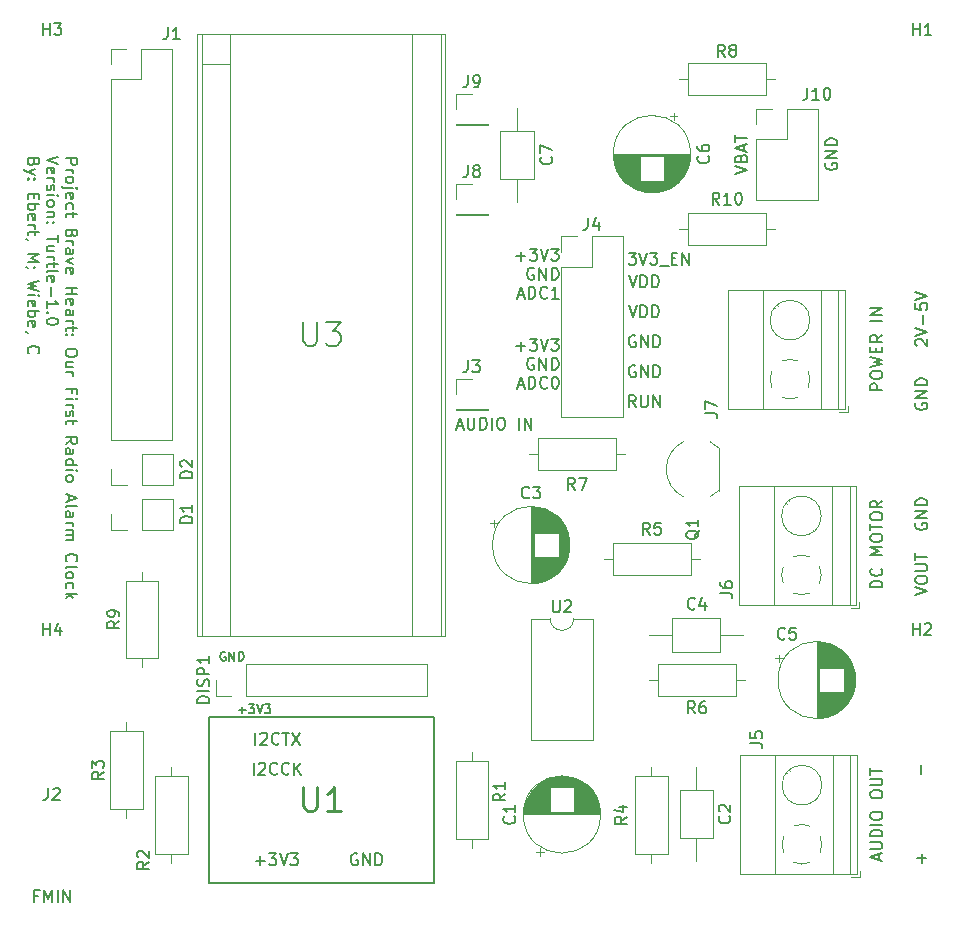
<source format=gbr>
%TF.GenerationSoftware,KiCad,Pcbnew,(6.0.6)*%
%TF.CreationDate,2022-06-29T20:31:09-07:00*%
%TF.ProjectId,project_brave_heart,70726f6a-6563-4745-9f62-726176655f68,rev?*%
%TF.SameCoordinates,Original*%
%TF.FileFunction,Legend,Top*%
%TF.FilePolarity,Positive*%
%FSLAX46Y46*%
G04 Gerber Fmt 4.6, Leading zero omitted, Abs format (unit mm)*
G04 Created by KiCad (PCBNEW (6.0.6)) date 2022-06-29 20:31:09*
%MOMM*%
%LPD*%
G01*
G04 APERTURE LIST*
%ADD10C,0.150000*%
%ADD11C,0.250000*%
%ADD12C,0.120000*%
G04 APERTURE END LIST*
D10*
X149214761Y-78132380D02*
X149833809Y-78132380D01*
X149500476Y-78513333D01*
X149643333Y-78513333D01*
X149738571Y-78560952D01*
X149786190Y-78608571D01*
X149833809Y-78703809D01*
X149833809Y-78941904D01*
X149786190Y-79037142D01*
X149738571Y-79084761D01*
X149643333Y-79132380D01*
X149357619Y-79132380D01*
X149262380Y-79084761D01*
X149214761Y-79037142D01*
X150119523Y-78132380D02*
X150452857Y-79132380D01*
X150786190Y-78132380D01*
X151024285Y-78132380D02*
X151643333Y-78132380D01*
X151310000Y-78513333D01*
X151452857Y-78513333D01*
X151548095Y-78560952D01*
X151595714Y-78608571D01*
X151643333Y-78703809D01*
X151643333Y-78941904D01*
X151595714Y-79037142D01*
X151548095Y-79084761D01*
X151452857Y-79132380D01*
X151167142Y-79132380D01*
X151071904Y-79084761D01*
X151024285Y-79037142D01*
X151833809Y-79227619D02*
X152595714Y-79227619D01*
X152833809Y-78608571D02*
X153167142Y-78608571D01*
X153310000Y-79132380D02*
X152833809Y-79132380D01*
X152833809Y-78132380D01*
X153310000Y-78132380D01*
X153738571Y-79132380D02*
X153738571Y-78132380D01*
X154310000Y-79132380D01*
X154310000Y-78132380D01*
X149801904Y-91197380D02*
X149468571Y-90721190D01*
X149230476Y-91197380D02*
X149230476Y-90197380D01*
X149611428Y-90197380D01*
X149706666Y-90245000D01*
X149754285Y-90292619D01*
X149801904Y-90387857D01*
X149801904Y-90530714D01*
X149754285Y-90625952D01*
X149706666Y-90673571D01*
X149611428Y-90721190D01*
X149230476Y-90721190D01*
X150230476Y-90197380D02*
X150230476Y-91006904D01*
X150278095Y-91102142D01*
X150325714Y-91149761D01*
X150420952Y-91197380D01*
X150611428Y-91197380D01*
X150706666Y-91149761D01*
X150754285Y-91102142D01*
X150801904Y-91006904D01*
X150801904Y-90197380D01*
X151278095Y-91197380D02*
X151278095Y-90197380D01*
X151849523Y-91197380D01*
X151849523Y-90197380D01*
X99184523Y-132583571D02*
X98851190Y-132583571D01*
X98851190Y-133107380D02*
X98851190Y-132107380D01*
X99327380Y-132107380D01*
X99708333Y-133107380D02*
X99708333Y-132107380D01*
X100041666Y-132821666D01*
X100375000Y-132107380D01*
X100375000Y-133107380D01*
X100851190Y-133107380D02*
X100851190Y-132107380D01*
X101327380Y-133107380D02*
X101327380Y-132107380D01*
X101898809Y-133107380D01*
X101898809Y-132107380D01*
X134673333Y-92816666D02*
X135149523Y-92816666D01*
X134578095Y-93102380D02*
X134911428Y-92102380D01*
X135244761Y-93102380D01*
X135578095Y-92102380D02*
X135578095Y-92911904D01*
X135625714Y-93007142D01*
X135673333Y-93054761D01*
X135768571Y-93102380D01*
X135959047Y-93102380D01*
X136054285Y-93054761D01*
X136101904Y-93007142D01*
X136149523Y-92911904D01*
X136149523Y-92102380D01*
X136625714Y-93102380D02*
X136625714Y-92102380D01*
X136863809Y-92102380D01*
X137006666Y-92150000D01*
X137101904Y-92245238D01*
X137149523Y-92340476D01*
X137197142Y-92530952D01*
X137197142Y-92673809D01*
X137149523Y-92864285D01*
X137101904Y-92959523D01*
X137006666Y-93054761D01*
X136863809Y-93102380D01*
X136625714Y-93102380D01*
X137625714Y-93102380D02*
X137625714Y-92102380D01*
X138292380Y-92102380D02*
X138482857Y-92102380D01*
X138578095Y-92150000D01*
X138673333Y-92245238D01*
X138720952Y-92435714D01*
X138720952Y-92769047D01*
X138673333Y-92959523D01*
X138578095Y-93054761D01*
X138482857Y-93102380D01*
X138292380Y-93102380D01*
X138197142Y-93054761D01*
X138101904Y-92959523D01*
X138054285Y-92769047D01*
X138054285Y-92435714D01*
X138101904Y-92245238D01*
X138197142Y-92150000D01*
X138292380Y-92102380D01*
X139911428Y-93102380D02*
X139911428Y-92102380D01*
X140387619Y-93102380D02*
X140387619Y-92102380D01*
X140959047Y-93102380D01*
X140959047Y-92102380D01*
X117448809Y-122312380D02*
X117448809Y-121312380D01*
X117877380Y-121407619D02*
X117925000Y-121360000D01*
X118020238Y-121312380D01*
X118258333Y-121312380D01*
X118353571Y-121360000D01*
X118401190Y-121407619D01*
X118448809Y-121502857D01*
X118448809Y-121598095D01*
X118401190Y-121740952D01*
X117829761Y-122312380D01*
X118448809Y-122312380D01*
X119448809Y-122217142D02*
X119401190Y-122264761D01*
X119258333Y-122312380D01*
X119163095Y-122312380D01*
X119020238Y-122264761D01*
X118925000Y-122169523D01*
X118877380Y-122074285D01*
X118829761Y-121883809D01*
X118829761Y-121740952D01*
X118877380Y-121550476D01*
X118925000Y-121455238D01*
X119020238Y-121360000D01*
X119163095Y-121312380D01*
X119258333Y-121312380D01*
X119401190Y-121360000D01*
X119448809Y-121407619D01*
X120448809Y-122217142D02*
X120401190Y-122264761D01*
X120258333Y-122312380D01*
X120163095Y-122312380D01*
X120020238Y-122264761D01*
X119925000Y-122169523D01*
X119877380Y-122074285D01*
X119829761Y-121883809D01*
X119829761Y-121740952D01*
X119877380Y-121550476D01*
X119925000Y-121455238D01*
X120020238Y-121360000D01*
X120163095Y-121312380D01*
X120258333Y-121312380D01*
X120401190Y-121360000D01*
X120448809Y-121407619D01*
X120877380Y-122312380D02*
X120877380Y-121312380D01*
X121448809Y-122312380D02*
X121020238Y-121740952D01*
X121448809Y-121312380D02*
X120877380Y-121883809D01*
X117591666Y-119772380D02*
X117591666Y-118772380D01*
X118020238Y-118867619D02*
X118067857Y-118820000D01*
X118163095Y-118772380D01*
X118401190Y-118772380D01*
X118496428Y-118820000D01*
X118544047Y-118867619D01*
X118591666Y-118962857D01*
X118591666Y-119058095D01*
X118544047Y-119200952D01*
X117972619Y-119772380D01*
X118591666Y-119772380D01*
X119591666Y-119677142D02*
X119544047Y-119724761D01*
X119401190Y-119772380D01*
X119305952Y-119772380D01*
X119163095Y-119724761D01*
X119067857Y-119629523D01*
X119020238Y-119534285D01*
X118972619Y-119343809D01*
X118972619Y-119200952D01*
X119020238Y-119010476D01*
X119067857Y-118915238D01*
X119163095Y-118820000D01*
X119305952Y-118772380D01*
X119401190Y-118772380D01*
X119544047Y-118820000D01*
X119591666Y-118867619D01*
X119877380Y-118772380D02*
X120448809Y-118772380D01*
X120163095Y-119772380D02*
X120163095Y-118772380D01*
X120686904Y-118772380D02*
X121353571Y-119772380D01*
X121353571Y-118772380D02*
X120686904Y-119772380D01*
X149778095Y-87705000D02*
X149682857Y-87657380D01*
X149540000Y-87657380D01*
X149397142Y-87705000D01*
X149301904Y-87800238D01*
X149254285Y-87895476D01*
X149206666Y-88085952D01*
X149206666Y-88228809D01*
X149254285Y-88419285D01*
X149301904Y-88514523D01*
X149397142Y-88609761D01*
X149540000Y-88657380D01*
X149635238Y-88657380D01*
X149778095Y-88609761D01*
X149825714Y-88562142D01*
X149825714Y-88228809D01*
X149635238Y-88228809D01*
X150254285Y-88657380D02*
X150254285Y-87657380D01*
X150825714Y-88657380D01*
X150825714Y-87657380D01*
X151301904Y-88657380D02*
X151301904Y-87657380D01*
X151540000Y-87657380D01*
X151682857Y-87705000D01*
X151778095Y-87800238D01*
X151825714Y-87895476D01*
X151873333Y-88085952D01*
X151873333Y-88228809D01*
X151825714Y-88419285D01*
X151778095Y-88514523D01*
X151682857Y-88609761D01*
X151540000Y-88657380D01*
X151301904Y-88657380D01*
X149778095Y-85165000D02*
X149682857Y-85117380D01*
X149540000Y-85117380D01*
X149397142Y-85165000D01*
X149301904Y-85260238D01*
X149254285Y-85355476D01*
X149206666Y-85545952D01*
X149206666Y-85688809D01*
X149254285Y-85879285D01*
X149301904Y-85974523D01*
X149397142Y-86069761D01*
X149540000Y-86117380D01*
X149635238Y-86117380D01*
X149778095Y-86069761D01*
X149825714Y-86022142D01*
X149825714Y-85688809D01*
X149635238Y-85688809D01*
X150254285Y-86117380D02*
X150254285Y-85117380D01*
X150825714Y-86117380D01*
X150825714Y-85117380D01*
X151301904Y-86117380D02*
X151301904Y-85117380D01*
X151540000Y-85117380D01*
X151682857Y-85165000D01*
X151778095Y-85260238D01*
X151825714Y-85355476D01*
X151873333Y-85545952D01*
X151873333Y-85688809D01*
X151825714Y-85879285D01*
X151778095Y-85974523D01*
X151682857Y-86069761D01*
X151540000Y-86117380D01*
X151301904Y-86117380D01*
X149206666Y-82577380D02*
X149540000Y-83577380D01*
X149873333Y-82577380D01*
X150206666Y-83577380D02*
X150206666Y-82577380D01*
X150444761Y-82577380D01*
X150587619Y-82625000D01*
X150682857Y-82720238D01*
X150730476Y-82815476D01*
X150778095Y-83005952D01*
X150778095Y-83148809D01*
X150730476Y-83339285D01*
X150682857Y-83434523D01*
X150587619Y-83529761D01*
X150444761Y-83577380D01*
X150206666Y-83577380D01*
X151206666Y-83577380D02*
X151206666Y-82577380D01*
X151444761Y-82577380D01*
X151587619Y-82625000D01*
X151682857Y-82720238D01*
X151730476Y-82815476D01*
X151778095Y-83005952D01*
X151778095Y-83148809D01*
X151730476Y-83339285D01*
X151682857Y-83434523D01*
X151587619Y-83529761D01*
X151444761Y-83577380D01*
X151206666Y-83577380D01*
X149206666Y-80037380D02*
X149540000Y-81037380D01*
X149873333Y-80037380D01*
X150206666Y-81037380D02*
X150206666Y-80037380D01*
X150444761Y-80037380D01*
X150587619Y-80085000D01*
X150682857Y-80180238D01*
X150730476Y-80275476D01*
X150778095Y-80465952D01*
X150778095Y-80608809D01*
X150730476Y-80799285D01*
X150682857Y-80894523D01*
X150587619Y-80989761D01*
X150444761Y-81037380D01*
X150206666Y-81037380D01*
X151206666Y-81037380D02*
X151206666Y-80037380D01*
X151444761Y-80037380D01*
X151587619Y-80085000D01*
X151682857Y-80180238D01*
X151730476Y-80275476D01*
X151778095Y-80465952D01*
X151778095Y-80608809D01*
X151730476Y-80799285D01*
X151682857Y-80894523D01*
X151587619Y-80989761D01*
X151444761Y-81037380D01*
X151206666Y-81037380D01*
X139695595Y-86031428D02*
X140457500Y-86031428D01*
X140076547Y-86412380D02*
X140076547Y-85650476D01*
X140838452Y-85412380D02*
X141457500Y-85412380D01*
X141124166Y-85793333D01*
X141267023Y-85793333D01*
X141362261Y-85840952D01*
X141409880Y-85888571D01*
X141457500Y-85983809D01*
X141457500Y-86221904D01*
X141409880Y-86317142D01*
X141362261Y-86364761D01*
X141267023Y-86412380D01*
X140981309Y-86412380D01*
X140886071Y-86364761D01*
X140838452Y-86317142D01*
X141743214Y-85412380D02*
X142076547Y-86412380D01*
X142409880Y-85412380D01*
X142647976Y-85412380D02*
X143267023Y-85412380D01*
X142933690Y-85793333D01*
X143076547Y-85793333D01*
X143171785Y-85840952D01*
X143219404Y-85888571D01*
X143267023Y-85983809D01*
X143267023Y-86221904D01*
X143219404Y-86317142D01*
X143171785Y-86364761D01*
X143076547Y-86412380D01*
X142790833Y-86412380D01*
X142695595Y-86364761D01*
X142647976Y-86317142D01*
X141171785Y-87070000D02*
X141076547Y-87022380D01*
X140933690Y-87022380D01*
X140790833Y-87070000D01*
X140695595Y-87165238D01*
X140647976Y-87260476D01*
X140600357Y-87450952D01*
X140600357Y-87593809D01*
X140647976Y-87784285D01*
X140695595Y-87879523D01*
X140790833Y-87974761D01*
X140933690Y-88022380D01*
X141028928Y-88022380D01*
X141171785Y-87974761D01*
X141219404Y-87927142D01*
X141219404Y-87593809D01*
X141028928Y-87593809D01*
X141647976Y-88022380D02*
X141647976Y-87022380D01*
X142219404Y-88022380D01*
X142219404Y-87022380D01*
X142695595Y-88022380D02*
X142695595Y-87022380D01*
X142933690Y-87022380D01*
X143076547Y-87070000D01*
X143171785Y-87165238D01*
X143219404Y-87260476D01*
X143267023Y-87450952D01*
X143267023Y-87593809D01*
X143219404Y-87784285D01*
X143171785Y-87879523D01*
X143076547Y-87974761D01*
X142933690Y-88022380D01*
X142695595Y-88022380D01*
X139838452Y-89346666D02*
X140314642Y-89346666D01*
X139743214Y-89632380D02*
X140076547Y-88632380D01*
X140409880Y-89632380D01*
X140743214Y-89632380D02*
X140743214Y-88632380D01*
X140981309Y-88632380D01*
X141124166Y-88680000D01*
X141219404Y-88775238D01*
X141267023Y-88870476D01*
X141314642Y-89060952D01*
X141314642Y-89203809D01*
X141267023Y-89394285D01*
X141219404Y-89489523D01*
X141124166Y-89584761D01*
X140981309Y-89632380D01*
X140743214Y-89632380D01*
X142314642Y-89537142D02*
X142267023Y-89584761D01*
X142124166Y-89632380D01*
X142028928Y-89632380D01*
X141886071Y-89584761D01*
X141790833Y-89489523D01*
X141743214Y-89394285D01*
X141695595Y-89203809D01*
X141695595Y-89060952D01*
X141743214Y-88870476D01*
X141790833Y-88775238D01*
X141886071Y-88680000D01*
X142028928Y-88632380D01*
X142124166Y-88632380D01*
X142267023Y-88680000D01*
X142314642Y-88727619D01*
X142933690Y-88632380D02*
X143028928Y-88632380D01*
X143124166Y-88680000D01*
X143171785Y-88727619D01*
X143219404Y-88822857D01*
X143267023Y-89013333D01*
X143267023Y-89251428D01*
X143219404Y-89441904D01*
X143171785Y-89537142D01*
X143124166Y-89584761D01*
X143028928Y-89632380D01*
X142933690Y-89632380D01*
X142838452Y-89584761D01*
X142790833Y-89537142D01*
X142743214Y-89441904D01*
X142695595Y-89251428D01*
X142695595Y-89013333D01*
X142743214Y-88822857D01*
X142790833Y-88727619D01*
X142838452Y-88680000D01*
X142933690Y-88632380D01*
X139695595Y-78411428D02*
X140457500Y-78411428D01*
X140076547Y-78792380D02*
X140076547Y-78030476D01*
X140838452Y-77792380D02*
X141457500Y-77792380D01*
X141124166Y-78173333D01*
X141267023Y-78173333D01*
X141362261Y-78220952D01*
X141409880Y-78268571D01*
X141457500Y-78363809D01*
X141457500Y-78601904D01*
X141409880Y-78697142D01*
X141362261Y-78744761D01*
X141267023Y-78792380D01*
X140981309Y-78792380D01*
X140886071Y-78744761D01*
X140838452Y-78697142D01*
X141743214Y-77792380D02*
X142076547Y-78792380D01*
X142409880Y-77792380D01*
X142647976Y-77792380D02*
X143267023Y-77792380D01*
X142933690Y-78173333D01*
X143076547Y-78173333D01*
X143171785Y-78220952D01*
X143219404Y-78268571D01*
X143267023Y-78363809D01*
X143267023Y-78601904D01*
X143219404Y-78697142D01*
X143171785Y-78744761D01*
X143076547Y-78792380D01*
X142790833Y-78792380D01*
X142695595Y-78744761D01*
X142647976Y-78697142D01*
X141171785Y-79450000D02*
X141076547Y-79402380D01*
X140933690Y-79402380D01*
X140790833Y-79450000D01*
X140695595Y-79545238D01*
X140647976Y-79640476D01*
X140600357Y-79830952D01*
X140600357Y-79973809D01*
X140647976Y-80164285D01*
X140695595Y-80259523D01*
X140790833Y-80354761D01*
X140933690Y-80402380D01*
X141028928Y-80402380D01*
X141171785Y-80354761D01*
X141219404Y-80307142D01*
X141219404Y-79973809D01*
X141028928Y-79973809D01*
X141647976Y-80402380D02*
X141647976Y-79402380D01*
X142219404Y-80402380D01*
X142219404Y-79402380D01*
X142695595Y-80402380D02*
X142695595Y-79402380D01*
X142933690Y-79402380D01*
X143076547Y-79450000D01*
X143171785Y-79545238D01*
X143219404Y-79640476D01*
X143267023Y-79830952D01*
X143267023Y-79973809D01*
X143219404Y-80164285D01*
X143171785Y-80259523D01*
X143076547Y-80354761D01*
X142933690Y-80402380D01*
X142695595Y-80402380D01*
X139838452Y-81726666D02*
X140314642Y-81726666D01*
X139743214Y-82012380D02*
X140076547Y-81012380D01*
X140409880Y-82012380D01*
X140743214Y-82012380D02*
X140743214Y-81012380D01*
X140981309Y-81012380D01*
X141124166Y-81060000D01*
X141219404Y-81155238D01*
X141267023Y-81250476D01*
X141314642Y-81440952D01*
X141314642Y-81583809D01*
X141267023Y-81774285D01*
X141219404Y-81869523D01*
X141124166Y-81964761D01*
X140981309Y-82012380D01*
X140743214Y-82012380D01*
X142314642Y-81917142D02*
X142267023Y-81964761D01*
X142124166Y-82012380D01*
X142028928Y-82012380D01*
X141886071Y-81964761D01*
X141790833Y-81869523D01*
X141743214Y-81774285D01*
X141695595Y-81583809D01*
X141695595Y-81440952D01*
X141743214Y-81250476D01*
X141790833Y-81155238D01*
X141886071Y-81060000D01*
X142028928Y-81012380D01*
X142124166Y-81012380D01*
X142267023Y-81060000D01*
X142314642Y-81107619D01*
X143267023Y-82012380D02*
X142695595Y-82012380D01*
X142981309Y-82012380D02*
X142981309Y-81012380D01*
X142886071Y-81155238D01*
X142790833Y-81250476D01*
X142695595Y-81298095D01*
X158247380Y-71432857D02*
X159247380Y-71099523D01*
X158247380Y-70766190D01*
X158723571Y-70099523D02*
X158771190Y-69956666D01*
X158818809Y-69909047D01*
X158914047Y-69861428D01*
X159056904Y-69861428D01*
X159152142Y-69909047D01*
X159199761Y-69956666D01*
X159247380Y-70051904D01*
X159247380Y-70432857D01*
X158247380Y-70432857D01*
X158247380Y-70099523D01*
X158295000Y-70004285D01*
X158342619Y-69956666D01*
X158437857Y-69909047D01*
X158533095Y-69909047D01*
X158628333Y-69956666D01*
X158675952Y-70004285D01*
X158723571Y-70099523D01*
X158723571Y-70432857D01*
X158961666Y-69480476D02*
X158961666Y-69004285D01*
X159247380Y-69575714D02*
X158247380Y-69242380D01*
X159247380Y-68909047D01*
X158247380Y-68718571D02*
X158247380Y-68147142D01*
X159247380Y-68432857D02*
X158247380Y-68432857D01*
X165915000Y-70551904D02*
X165867380Y-70647142D01*
X165867380Y-70790000D01*
X165915000Y-70932857D01*
X166010238Y-71028095D01*
X166105476Y-71075714D01*
X166295952Y-71123333D01*
X166438809Y-71123333D01*
X166629285Y-71075714D01*
X166724523Y-71028095D01*
X166819761Y-70932857D01*
X166867380Y-70790000D01*
X166867380Y-70694761D01*
X166819761Y-70551904D01*
X166772142Y-70504285D01*
X166438809Y-70504285D01*
X166438809Y-70694761D01*
X166867380Y-70075714D02*
X165867380Y-70075714D01*
X166867380Y-69504285D01*
X165867380Y-69504285D01*
X166867380Y-69028095D02*
X165867380Y-69028095D01*
X165867380Y-68790000D01*
X165915000Y-68647142D01*
X166010238Y-68551904D01*
X166105476Y-68504285D01*
X166295952Y-68456666D01*
X166438809Y-68456666D01*
X166629285Y-68504285D01*
X166724523Y-68551904D01*
X166819761Y-68647142D01*
X166867380Y-68790000D01*
X166867380Y-69028095D01*
X170677380Y-89752380D02*
X169677380Y-89752380D01*
X169677380Y-89371428D01*
X169725000Y-89276190D01*
X169772619Y-89228571D01*
X169867857Y-89180952D01*
X170010714Y-89180952D01*
X170105952Y-89228571D01*
X170153571Y-89276190D01*
X170201190Y-89371428D01*
X170201190Y-89752380D01*
X169677380Y-88561904D02*
X169677380Y-88371428D01*
X169725000Y-88276190D01*
X169820238Y-88180952D01*
X170010714Y-88133333D01*
X170344047Y-88133333D01*
X170534523Y-88180952D01*
X170629761Y-88276190D01*
X170677380Y-88371428D01*
X170677380Y-88561904D01*
X170629761Y-88657142D01*
X170534523Y-88752380D01*
X170344047Y-88800000D01*
X170010714Y-88800000D01*
X169820238Y-88752380D01*
X169725000Y-88657142D01*
X169677380Y-88561904D01*
X169677380Y-87800000D02*
X170677380Y-87561904D01*
X169963095Y-87371428D01*
X170677380Y-87180952D01*
X169677380Y-86942857D01*
X170153571Y-86561904D02*
X170153571Y-86228571D01*
X170677380Y-86085714D02*
X170677380Y-86561904D01*
X169677380Y-86561904D01*
X169677380Y-86085714D01*
X170677380Y-85085714D02*
X170201190Y-85419047D01*
X170677380Y-85657142D02*
X169677380Y-85657142D01*
X169677380Y-85276190D01*
X169725000Y-85180952D01*
X169772619Y-85133333D01*
X169867857Y-85085714D01*
X170010714Y-85085714D01*
X170105952Y-85133333D01*
X170153571Y-85180952D01*
X170201190Y-85276190D01*
X170201190Y-85657142D01*
X170677380Y-83895238D02*
X169677380Y-83895238D01*
X170677380Y-83419047D02*
X169677380Y-83419047D01*
X170677380Y-82847619D01*
X169677380Y-82847619D01*
X170677380Y-106452857D02*
X169677380Y-106452857D01*
X169677380Y-106214761D01*
X169725000Y-106071904D01*
X169820238Y-105976666D01*
X169915476Y-105929047D01*
X170105952Y-105881428D01*
X170248809Y-105881428D01*
X170439285Y-105929047D01*
X170534523Y-105976666D01*
X170629761Y-106071904D01*
X170677380Y-106214761D01*
X170677380Y-106452857D01*
X170582142Y-104881428D02*
X170629761Y-104929047D01*
X170677380Y-105071904D01*
X170677380Y-105167142D01*
X170629761Y-105310000D01*
X170534523Y-105405238D01*
X170439285Y-105452857D01*
X170248809Y-105500476D01*
X170105952Y-105500476D01*
X169915476Y-105452857D01*
X169820238Y-105405238D01*
X169725000Y-105310000D01*
X169677380Y-105167142D01*
X169677380Y-105071904D01*
X169725000Y-104929047D01*
X169772619Y-104881428D01*
X170677380Y-103690952D02*
X169677380Y-103690952D01*
X170391666Y-103357619D01*
X169677380Y-103024285D01*
X170677380Y-103024285D01*
X169677380Y-102357619D02*
X169677380Y-102167142D01*
X169725000Y-102071904D01*
X169820238Y-101976666D01*
X170010714Y-101929047D01*
X170344047Y-101929047D01*
X170534523Y-101976666D01*
X170629761Y-102071904D01*
X170677380Y-102167142D01*
X170677380Y-102357619D01*
X170629761Y-102452857D01*
X170534523Y-102548095D01*
X170344047Y-102595714D01*
X170010714Y-102595714D01*
X169820238Y-102548095D01*
X169725000Y-102452857D01*
X169677380Y-102357619D01*
X169677380Y-101643333D02*
X169677380Y-101071904D01*
X170677380Y-101357619D02*
X169677380Y-101357619D01*
X169677380Y-100548095D02*
X169677380Y-100357619D01*
X169725000Y-100262380D01*
X169820238Y-100167142D01*
X170010714Y-100119523D01*
X170344047Y-100119523D01*
X170534523Y-100167142D01*
X170629761Y-100262380D01*
X170677380Y-100357619D01*
X170677380Y-100548095D01*
X170629761Y-100643333D01*
X170534523Y-100738571D01*
X170344047Y-100786190D01*
X170010714Y-100786190D01*
X169820238Y-100738571D01*
X169725000Y-100643333D01*
X169677380Y-100548095D01*
X170677380Y-99119523D02*
X170201190Y-99452857D01*
X170677380Y-99690952D02*
X169677380Y-99690952D01*
X169677380Y-99310000D01*
X169725000Y-99214761D01*
X169772619Y-99167142D01*
X169867857Y-99119523D01*
X170010714Y-99119523D01*
X170105952Y-99167142D01*
X170153571Y-99214761D01*
X170201190Y-99310000D01*
X170201190Y-99690952D01*
X173963571Y-121479047D02*
X173963571Y-122240952D01*
X173535000Y-90871904D02*
X173487380Y-90967142D01*
X173487380Y-91110000D01*
X173535000Y-91252857D01*
X173630238Y-91348095D01*
X173725476Y-91395714D01*
X173915952Y-91443333D01*
X174058809Y-91443333D01*
X174249285Y-91395714D01*
X174344523Y-91348095D01*
X174439761Y-91252857D01*
X174487380Y-91110000D01*
X174487380Y-91014761D01*
X174439761Y-90871904D01*
X174392142Y-90824285D01*
X174058809Y-90824285D01*
X174058809Y-91014761D01*
X174487380Y-90395714D02*
X173487380Y-90395714D01*
X174487380Y-89824285D01*
X173487380Y-89824285D01*
X174487380Y-89348095D02*
X173487380Y-89348095D01*
X173487380Y-89110000D01*
X173535000Y-88967142D01*
X173630238Y-88871904D01*
X173725476Y-88824285D01*
X173915952Y-88776666D01*
X174058809Y-88776666D01*
X174249285Y-88824285D01*
X174344523Y-88871904D01*
X174439761Y-88967142D01*
X174487380Y-89110000D01*
X174487380Y-89348095D01*
X170391666Y-129503333D02*
X170391666Y-129027142D01*
X170677380Y-129598571D02*
X169677380Y-129265238D01*
X170677380Y-128931904D01*
X169677380Y-128598571D02*
X170486904Y-128598571D01*
X170582142Y-128550952D01*
X170629761Y-128503333D01*
X170677380Y-128408095D01*
X170677380Y-128217619D01*
X170629761Y-128122380D01*
X170582142Y-128074761D01*
X170486904Y-128027142D01*
X169677380Y-128027142D01*
X170677380Y-127550952D02*
X169677380Y-127550952D01*
X169677380Y-127312857D01*
X169725000Y-127170000D01*
X169820238Y-127074761D01*
X169915476Y-127027142D01*
X170105952Y-126979523D01*
X170248809Y-126979523D01*
X170439285Y-127027142D01*
X170534523Y-127074761D01*
X170629761Y-127170000D01*
X170677380Y-127312857D01*
X170677380Y-127550952D01*
X170677380Y-126550952D02*
X169677380Y-126550952D01*
X169677380Y-125884285D02*
X169677380Y-125693809D01*
X169725000Y-125598571D01*
X169820238Y-125503333D01*
X170010714Y-125455714D01*
X170344047Y-125455714D01*
X170534523Y-125503333D01*
X170629761Y-125598571D01*
X170677380Y-125693809D01*
X170677380Y-125884285D01*
X170629761Y-125979523D01*
X170534523Y-126074761D01*
X170344047Y-126122380D01*
X170010714Y-126122380D01*
X169820238Y-126074761D01*
X169725000Y-125979523D01*
X169677380Y-125884285D01*
X169677380Y-124074761D02*
X169677380Y-123884285D01*
X169725000Y-123789047D01*
X169820238Y-123693809D01*
X170010714Y-123646190D01*
X170344047Y-123646190D01*
X170534523Y-123693809D01*
X170629761Y-123789047D01*
X170677380Y-123884285D01*
X170677380Y-124074761D01*
X170629761Y-124170000D01*
X170534523Y-124265238D01*
X170344047Y-124312857D01*
X170010714Y-124312857D01*
X169820238Y-124265238D01*
X169725000Y-124170000D01*
X169677380Y-124074761D01*
X169677380Y-123217619D02*
X170486904Y-123217619D01*
X170582142Y-123170000D01*
X170629761Y-123122380D01*
X170677380Y-123027142D01*
X170677380Y-122836666D01*
X170629761Y-122741428D01*
X170582142Y-122693809D01*
X170486904Y-122646190D01*
X169677380Y-122646190D01*
X169677380Y-122312857D02*
X169677380Y-121741428D01*
X170677380Y-122027142D02*
X169677380Y-122027142D01*
X126238095Y-129040000D02*
X126142857Y-128992380D01*
X126000000Y-128992380D01*
X125857142Y-129040000D01*
X125761904Y-129135238D01*
X125714285Y-129230476D01*
X125666666Y-129420952D01*
X125666666Y-129563809D01*
X125714285Y-129754285D01*
X125761904Y-129849523D01*
X125857142Y-129944761D01*
X126000000Y-129992380D01*
X126095238Y-129992380D01*
X126238095Y-129944761D01*
X126285714Y-129897142D01*
X126285714Y-129563809D01*
X126095238Y-129563809D01*
X126714285Y-129992380D02*
X126714285Y-128992380D01*
X127285714Y-129992380D01*
X127285714Y-128992380D01*
X127761904Y-129992380D02*
X127761904Y-128992380D01*
X128000000Y-128992380D01*
X128142857Y-129040000D01*
X128238095Y-129135238D01*
X128285714Y-129230476D01*
X128333333Y-129420952D01*
X128333333Y-129563809D01*
X128285714Y-129754285D01*
X128238095Y-129849523D01*
X128142857Y-129944761D01*
X128000000Y-129992380D01*
X127761904Y-129992380D01*
X173582619Y-85998095D02*
X173535000Y-85950476D01*
X173487380Y-85855238D01*
X173487380Y-85617142D01*
X173535000Y-85521904D01*
X173582619Y-85474285D01*
X173677857Y-85426666D01*
X173773095Y-85426666D01*
X173915952Y-85474285D01*
X174487380Y-86045714D01*
X174487380Y-85426666D01*
X173487380Y-85140952D02*
X174487380Y-84807619D01*
X173487380Y-84474285D01*
X174106428Y-84140952D02*
X174106428Y-83379047D01*
X173487380Y-82426666D02*
X173487380Y-82902857D01*
X173963571Y-82950476D01*
X173915952Y-82902857D01*
X173868333Y-82807619D01*
X173868333Y-82569523D01*
X173915952Y-82474285D01*
X173963571Y-82426666D01*
X174058809Y-82379047D01*
X174296904Y-82379047D01*
X174392142Y-82426666D01*
X174439761Y-82474285D01*
X174487380Y-82569523D01*
X174487380Y-82807619D01*
X174439761Y-82902857D01*
X174392142Y-82950476D01*
X173487380Y-82093333D02*
X174487380Y-81760000D01*
X173487380Y-81426666D01*
X117618095Y-129611428D02*
X118380000Y-129611428D01*
X117999047Y-129992380D02*
X117999047Y-129230476D01*
X118760952Y-128992380D02*
X119380000Y-128992380D01*
X119046666Y-129373333D01*
X119189523Y-129373333D01*
X119284761Y-129420952D01*
X119332380Y-129468571D01*
X119380000Y-129563809D01*
X119380000Y-129801904D01*
X119332380Y-129897142D01*
X119284761Y-129944761D01*
X119189523Y-129992380D01*
X118903809Y-129992380D01*
X118808571Y-129944761D01*
X118760952Y-129897142D01*
X119665714Y-128992380D02*
X119999047Y-129992380D01*
X120332380Y-128992380D01*
X120570476Y-128992380D02*
X121189523Y-128992380D01*
X120856190Y-129373333D01*
X120999047Y-129373333D01*
X121094285Y-129420952D01*
X121141904Y-129468571D01*
X121189523Y-129563809D01*
X121189523Y-129801904D01*
X121141904Y-129897142D01*
X121094285Y-129944761D01*
X120999047Y-129992380D01*
X120713333Y-129992380D01*
X120618095Y-129944761D01*
X120570476Y-129897142D01*
X173535000Y-101031904D02*
X173487380Y-101127142D01*
X173487380Y-101270000D01*
X173535000Y-101412857D01*
X173630238Y-101508095D01*
X173725476Y-101555714D01*
X173915952Y-101603333D01*
X174058809Y-101603333D01*
X174249285Y-101555714D01*
X174344523Y-101508095D01*
X174439761Y-101412857D01*
X174487380Y-101270000D01*
X174487380Y-101174761D01*
X174439761Y-101031904D01*
X174392142Y-100984285D01*
X174058809Y-100984285D01*
X174058809Y-101174761D01*
X174487380Y-100555714D02*
X173487380Y-100555714D01*
X174487380Y-99984285D01*
X173487380Y-99984285D01*
X174487380Y-99508095D02*
X173487380Y-99508095D01*
X173487380Y-99270000D01*
X173535000Y-99127142D01*
X173630238Y-99031904D01*
X173725476Y-98984285D01*
X173915952Y-98936666D01*
X174058809Y-98936666D01*
X174249285Y-98984285D01*
X174344523Y-99031904D01*
X174439761Y-99127142D01*
X174487380Y-99270000D01*
X174487380Y-99508095D01*
X116198571Y-116833571D02*
X116770000Y-116833571D01*
X116484285Y-117119285D02*
X116484285Y-116547857D01*
X117055714Y-116369285D02*
X117520000Y-116369285D01*
X117270000Y-116655000D01*
X117377142Y-116655000D01*
X117448571Y-116690714D01*
X117484285Y-116726428D01*
X117520000Y-116797857D01*
X117520000Y-116976428D01*
X117484285Y-117047857D01*
X117448571Y-117083571D01*
X117377142Y-117119285D01*
X117162857Y-117119285D01*
X117091428Y-117083571D01*
X117055714Y-117047857D01*
X117734285Y-116369285D02*
X117984285Y-117119285D01*
X118234285Y-116369285D01*
X118412857Y-116369285D02*
X118877142Y-116369285D01*
X118627142Y-116655000D01*
X118734285Y-116655000D01*
X118805714Y-116690714D01*
X118841428Y-116726428D01*
X118877142Y-116797857D01*
X118877142Y-116976428D01*
X118841428Y-117047857D01*
X118805714Y-117083571D01*
X118734285Y-117119285D01*
X118520000Y-117119285D01*
X118448571Y-117083571D01*
X118412857Y-117047857D01*
X115043571Y-111960000D02*
X114972142Y-111924285D01*
X114865000Y-111924285D01*
X114757857Y-111960000D01*
X114686428Y-112031428D01*
X114650714Y-112102857D01*
X114615000Y-112245714D01*
X114615000Y-112352857D01*
X114650714Y-112495714D01*
X114686428Y-112567142D01*
X114757857Y-112638571D01*
X114865000Y-112674285D01*
X114936428Y-112674285D01*
X115043571Y-112638571D01*
X115079285Y-112602857D01*
X115079285Y-112352857D01*
X114936428Y-112352857D01*
X115400714Y-112674285D02*
X115400714Y-111924285D01*
X115829285Y-112674285D01*
X115829285Y-111924285D01*
X116186428Y-112674285D02*
X116186428Y-111924285D01*
X116365000Y-111924285D01*
X116472142Y-111960000D01*
X116543571Y-112031428D01*
X116579285Y-112102857D01*
X116615000Y-112245714D01*
X116615000Y-112352857D01*
X116579285Y-112495714D01*
X116543571Y-112567142D01*
X116472142Y-112638571D01*
X116365000Y-112674285D01*
X116186428Y-112674285D01*
X101532619Y-70125595D02*
X102532619Y-70125595D01*
X102532619Y-70506547D01*
X102485000Y-70601785D01*
X102437380Y-70649404D01*
X102342142Y-70697023D01*
X102199285Y-70697023D01*
X102104047Y-70649404D01*
X102056428Y-70601785D01*
X102008809Y-70506547D01*
X102008809Y-70125595D01*
X101532619Y-71125595D02*
X102199285Y-71125595D01*
X102008809Y-71125595D02*
X102104047Y-71173214D01*
X102151666Y-71220833D01*
X102199285Y-71316071D01*
X102199285Y-71411309D01*
X101532619Y-71887500D02*
X101580238Y-71792261D01*
X101627857Y-71744642D01*
X101723095Y-71697023D01*
X102008809Y-71697023D01*
X102104047Y-71744642D01*
X102151666Y-71792261D01*
X102199285Y-71887500D01*
X102199285Y-72030357D01*
X102151666Y-72125595D01*
X102104047Y-72173214D01*
X102008809Y-72220833D01*
X101723095Y-72220833D01*
X101627857Y-72173214D01*
X101580238Y-72125595D01*
X101532619Y-72030357D01*
X101532619Y-71887500D01*
X102199285Y-72649404D02*
X101342142Y-72649404D01*
X101246904Y-72601785D01*
X101199285Y-72506547D01*
X101199285Y-72458928D01*
X102532619Y-72649404D02*
X102485000Y-72601785D01*
X102437380Y-72649404D01*
X102485000Y-72697023D01*
X102532619Y-72649404D01*
X102437380Y-72649404D01*
X101580238Y-73506547D02*
X101532619Y-73411309D01*
X101532619Y-73220833D01*
X101580238Y-73125595D01*
X101675476Y-73077976D01*
X102056428Y-73077976D01*
X102151666Y-73125595D01*
X102199285Y-73220833D01*
X102199285Y-73411309D01*
X102151666Y-73506547D01*
X102056428Y-73554166D01*
X101961190Y-73554166D01*
X101865952Y-73077976D01*
X101580238Y-74411309D02*
X101532619Y-74316071D01*
X101532619Y-74125595D01*
X101580238Y-74030357D01*
X101627857Y-73982738D01*
X101723095Y-73935119D01*
X102008809Y-73935119D01*
X102104047Y-73982738D01*
X102151666Y-74030357D01*
X102199285Y-74125595D01*
X102199285Y-74316071D01*
X102151666Y-74411309D01*
X102199285Y-74697023D02*
X102199285Y-75077976D01*
X102532619Y-74839880D02*
X101675476Y-74839880D01*
X101580238Y-74887500D01*
X101532619Y-74982738D01*
X101532619Y-75077976D01*
X102056428Y-76506547D02*
X102008809Y-76649404D01*
X101961190Y-76697023D01*
X101865952Y-76744642D01*
X101723095Y-76744642D01*
X101627857Y-76697023D01*
X101580238Y-76649404D01*
X101532619Y-76554166D01*
X101532619Y-76173214D01*
X102532619Y-76173214D01*
X102532619Y-76506547D01*
X102485000Y-76601785D01*
X102437380Y-76649404D01*
X102342142Y-76697023D01*
X102246904Y-76697023D01*
X102151666Y-76649404D01*
X102104047Y-76601785D01*
X102056428Y-76506547D01*
X102056428Y-76173214D01*
X101532619Y-77173214D02*
X102199285Y-77173214D01*
X102008809Y-77173214D02*
X102104047Y-77220833D01*
X102151666Y-77268452D01*
X102199285Y-77363690D01*
X102199285Y-77458928D01*
X101532619Y-78220833D02*
X102056428Y-78220833D01*
X102151666Y-78173214D01*
X102199285Y-78077976D01*
X102199285Y-77887500D01*
X102151666Y-77792261D01*
X101580238Y-78220833D02*
X101532619Y-78125595D01*
X101532619Y-77887500D01*
X101580238Y-77792261D01*
X101675476Y-77744642D01*
X101770714Y-77744642D01*
X101865952Y-77792261D01*
X101913571Y-77887500D01*
X101913571Y-78125595D01*
X101961190Y-78220833D01*
X102199285Y-78601785D02*
X101532619Y-78839880D01*
X102199285Y-79077976D01*
X101580238Y-79839880D02*
X101532619Y-79744642D01*
X101532619Y-79554166D01*
X101580238Y-79458928D01*
X101675476Y-79411309D01*
X102056428Y-79411309D01*
X102151666Y-79458928D01*
X102199285Y-79554166D01*
X102199285Y-79744642D01*
X102151666Y-79839880D01*
X102056428Y-79887500D01*
X101961190Y-79887500D01*
X101865952Y-79411309D01*
X101532619Y-81077976D02*
X102532619Y-81077976D01*
X102056428Y-81077976D02*
X102056428Y-81649404D01*
X101532619Y-81649404D02*
X102532619Y-81649404D01*
X101580238Y-82506547D02*
X101532619Y-82411309D01*
X101532619Y-82220833D01*
X101580238Y-82125595D01*
X101675476Y-82077976D01*
X102056428Y-82077976D01*
X102151666Y-82125595D01*
X102199285Y-82220833D01*
X102199285Y-82411309D01*
X102151666Y-82506547D01*
X102056428Y-82554166D01*
X101961190Y-82554166D01*
X101865952Y-82077976D01*
X101532619Y-83411309D02*
X102056428Y-83411309D01*
X102151666Y-83363690D01*
X102199285Y-83268452D01*
X102199285Y-83077976D01*
X102151666Y-82982738D01*
X101580238Y-83411309D02*
X101532619Y-83316071D01*
X101532619Y-83077976D01*
X101580238Y-82982738D01*
X101675476Y-82935119D01*
X101770714Y-82935119D01*
X101865952Y-82982738D01*
X101913571Y-83077976D01*
X101913571Y-83316071D01*
X101961190Y-83411309D01*
X101532619Y-83887500D02*
X102199285Y-83887500D01*
X102008809Y-83887500D02*
X102104047Y-83935119D01*
X102151666Y-83982738D01*
X102199285Y-84077976D01*
X102199285Y-84173214D01*
X102199285Y-84363690D02*
X102199285Y-84744642D01*
X102532619Y-84506547D02*
X101675476Y-84506547D01*
X101580238Y-84554166D01*
X101532619Y-84649404D01*
X101532619Y-84744642D01*
X101627857Y-85077976D02*
X101580238Y-85125595D01*
X101532619Y-85077976D01*
X101580238Y-85030357D01*
X101627857Y-85077976D01*
X101532619Y-85077976D01*
X102151666Y-85077976D02*
X102104047Y-85125595D01*
X102056428Y-85077976D01*
X102104047Y-85030357D01*
X102151666Y-85077976D01*
X102056428Y-85077976D01*
X102532619Y-86506547D02*
X102532619Y-86697023D01*
X102485000Y-86792261D01*
X102389761Y-86887500D01*
X102199285Y-86935119D01*
X101865952Y-86935119D01*
X101675476Y-86887500D01*
X101580238Y-86792261D01*
X101532619Y-86697023D01*
X101532619Y-86506547D01*
X101580238Y-86411309D01*
X101675476Y-86316071D01*
X101865952Y-86268452D01*
X102199285Y-86268452D01*
X102389761Y-86316071D01*
X102485000Y-86411309D01*
X102532619Y-86506547D01*
X102199285Y-87792261D02*
X101532619Y-87792261D01*
X102199285Y-87363690D02*
X101675476Y-87363690D01*
X101580238Y-87411309D01*
X101532619Y-87506547D01*
X101532619Y-87649404D01*
X101580238Y-87744642D01*
X101627857Y-87792261D01*
X101532619Y-88268452D02*
X102199285Y-88268452D01*
X102008809Y-88268452D02*
X102104047Y-88316071D01*
X102151666Y-88363690D01*
X102199285Y-88458928D01*
X102199285Y-88554166D01*
X102056428Y-89982738D02*
X102056428Y-89649404D01*
X101532619Y-89649404D02*
X102532619Y-89649404D01*
X102532619Y-90125595D01*
X101532619Y-90506547D02*
X102199285Y-90506547D01*
X102532619Y-90506547D02*
X102485000Y-90458928D01*
X102437380Y-90506547D01*
X102485000Y-90554166D01*
X102532619Y-90506547D01*
X102437380Y-90506547D01*
X101532619Y-90982738D02*
X102199285Y-90982738D01*
X102008809Y-90982738D02*
X102104047Y-91030357D01*
X102151666Y-91077976D01*
X102199285Y-91173214D01*
X102199285Y-91268452D01*
X101580238Y-91554166D02*
X101532619Y-91649404D01*
X101532619Y-91839880D01*
X101580238Y-91935119D01*
X101675476Y-91982738D01*
X101723095Y-91982738D01*
X101818333Y-91935119D01*
X101865952Y-91839880D01*
X101865952Y-91697023D01*
X101913571Y-91601785D01*
X102008809Y-91554166D01*
X102056428Y-91554166D01*
X102151666Y-91601785D01*
X102199285Y-91697023D01*
X102199285Y-91839880D01*
X102151666Y-91935119D01*
X102199285Y-92268452D02*
X102199285Y-92649404D01*
X102532619Y-92411309D02*
X101675476Y-92411309D01*
X101580238Y-92458928D01*
X101532619Y-92554166D01*
X101532619Y-92649404D01*
X101532619Y-94316071D02*
X102008809Y-93982738D01*
X101532619Y-93744642D02*
X102532619Y-93744642D01*
X102532619Y-94125595D01*
X102485000Y-94220833D01*
X102437380Y-94268452D01*
X102342142Y-94316071D01*
X102199285Y-94316071D01*
X102104047Y-94268452D01*
X102056428Y-94220833D01*
X102008809Y-94125595D01*
X102008809Y-93744642D01*
X101532619Y-95173214D02*
X102056428Y-95173214D01*
X102151666Y-95125595D01*
X102199285Y-95030357D01*
X102199285Y-94839880D01*
X102151666Y-94744642D01*
X101580238Y-95173214D02*
X101532619Y-95077976D01*
X101532619Y-94839880D01*
X101580238Y-94744642D01*
X101675476Y-94697023D01*
X101770714Y-94697023D01*
X101865952Y-94744642D01*
X101913571Y-94839880D01*
X101913571Y-95077976D01*
X101961190Y-95173214D01*
X101532619Y-96077976D02*
X102532619Y-96077976D01*
X101580238Y-96077976D02*
X101532619Y-95982738D01*
X101532619Y-95792261D01*
X101580238Y-95697023D01*
X101627857Y-95649404D01*
X101723095Y-95601785D01*
X102008809Y-95601785D01*
X102104047Y-95649404D01*
X102151666Y-95697023D01*
X102199285Y-95792261D01*
X102199285Y-95982738D01*
X102151666Y-96077976D01*
X101532619Y-96554166D02*
X102199285Y-96554166D01*
X102532619Y-96554166D02*
X102485000Y-96506547D01*
X102437380Y-96554166D01*
X102485000Y-96601785D01*
X102532619Y-96554166D01*
X102437380Y-96554166D01*
X101532619Y-97173214D02*
X101580238Y-97077976D01*
X101627857Y-97030357D01*
X101723095Y-96982738D01*
X102008809Y-96982738D01*
X102104047Y-97030357D01*
X102151666Y-97077976D01*
X102199285Y-97173214D01*
X102199285Y-97316071D01*
X102151666Y-97411309D01*
X102104047Y-97458928D01*
X102008809Y-97506547D01*
X101723095Y-97506547D01*
X101627857Y-97458928D01*
X101580238Y-97411309D01*
X101532619Y-97316071D01*
X101532619Y-97173214D01*
X101818333Y-98649404D02*
X101818333Y-99125595D01*
X101532619Y-98554166D02*
X102532619Y-98887499D01*
X101532619Y-99220833D01*
X101532619Y-99697023D02*
X101580238Y-99601785D01*
X101675476Y-99554166D01*
X102532619Y-99554166D01*
X101532619Y-100506547D02*
X102056428Y-100506547D01*
X102151666Y-100458928D01*
X102199285Y-100363690D01*
X102199285Y-100173214D01*
X102151666Y-100077976D01*
X101580238Y-100506547D02*
X101532619Y-100411309D01*
X101532619Y-100173214D01*
X101580238Y-100077976D01*
X101675476Y-100030357D01*
X101770714Y-100030357D01*
X101865952Y-100077976D01*
X101913571Y-100173214D01*
X101913571Y-100411309D01*
X101961190Y-100506547D01*
X101532619Y-100982738D02*
X102199285Y-100982738D01*
X102008809Y-100982738D02*
X102104047Y-101030357D01*
X102151666Y-101077976D01*
X102199285Y-101173214D01*
X102199285Y-101268452D01*
X101532619Y-101601785D02*
X102199285Y-101601785D01*
X102104047Y-101601785D02*
X102151666Y-101649404D01*
X102199285Y-101744642D01*
X102199285Y-101887499D01*
X102151666Y-101982738D01*
X102056428Y-102030357D01*
X101532619Y-102030357D01*
X102056428Y-102030357D02*
X102151666Y-102077976D01*
X102199285Y-102173214D01*
X102199285Y-102316071D01*
X102151666Y-102411309D01*
X102056428Y-102458928D01*
X101532619Y-102458928D01*
X101627857Y-104268452D02*
X101580238Y-104220833D01*
X101532619Y-104077976D01*
X101532619Y-103982738D01*
X101580238Y-103839880D01*
X101675476Y-103744642D01*
X101770714Y-103697023D01*
X101961190Y-103649404D01*
X102104047Y-103649404D01*
X102294523Y-103697023D01*
X102389761Y-103744642D01*
X102485000Y-103839880D01*
X102532619Y-103982738D01*
X102532619Y-104077976D01*
X102485000Y-104220833D01*
X102437380Y-104268452D01*
X101532619Y-104839880D02*
X101580238Y-104744642D01*
X101675476Y-104697023D01*
X102532619Y-104697023D01*
X101532619Y-105363690D02*
X101580238Y-105268452D01*
X101627857Y-105220833D01*
X101723095Y-105173214D01*
X102008809Y-105173214D01*
X102104047Y-105220833D01*
X102151666Y-105268452D01*
X102199285Y-105363690D01*
X102199285Y-105506547D01*
X102151666Y-105601785D01*
X102104047Y-105649404D01*
X102008809Y-105697023D01*
X101723095Y-105697023D01*
X101627857Y-105649404D01*
X101580238Y-105601785D01*
X101532619Y-105506547D01*
X101532619Y-105363690D01*
X101580238Y-106554166D02*
X101532619Y-106458928D01*
X101532619Y-106268452D01*
X101580238Y-106173214D01*
X101627857Y-106125595D01*
X101723095Y-106077976D01*
X102008809Y-106077976D01*
X102104047Y-106125595D01*
X102151666Y-106173214D01*
X102199285Y-106268452D01*
X102199285Y-106458928D01*
X102151666Y-106554166D01*
X101532619Y-106982738D02*
X102532619Y-106982738D01*
X101913571Y-107077976D02*
X101532619Y-107363690D01*
X102199285Y-107363690D02*
X101818333Y-106982738D01*
X100922619Y-69982738D02*
X99922619Y-70316071D01*
X100922619Y-70649404D01*
X99970238Y-71363690D02*
X99922619Y-71268452D01*
X99922619Y-71077976D01*
X99970238Y-70982738D01*
X100065476Y-70935119D01*
X100446428Y-70935119D01*
X100541666Y-70982738D01*
X100589285Y-71077976D01*
X100589285Y-71268452D01*
X100541666Y-71363690D01*
X100446428Y-71411309D01*
X100351190Y-71411309D01*
X100255952Y-70935119D01*
X99922619Y-71839880D02*
X100589285Y-71839880D01*
X100398809Y-71839880D02*
X100494047Y-71887500D01*
X100541666Y-71935119D01*
X100589285Y-72030357D01*
X100589285Y-72125595D01*
X99970238Y-72411309D02*
X99922619Y-72506547D01*
X99922619Y-72697023D01*
X99970238Y-72792261D01*
X100065476Y-72839880D01*
X100113095Y-72839880D01*
X100208333Y-72792261D01*
X100255952Y-72697023D01*
X100255952Y-72554166D01*
X100303571Y-72458928D01*
X100398809Y-72411309D01*
X100446428Y-72411309D01*
X100541666Y-72458928D01*
X100589285Y-72554166D01*
X100589285Y-72697023D01*
X100541666Y-72792261D01*
X99922619Y-73268452D02*
X100589285Y-73268452D01*
X100922619Y-73268452D02*
X100875000Y-73220833D01*
X100827380Y-73268452D01*
X100875000Y-73316071D01*
X100922619Y-73268452D01*
X100827380Y-73268452D01*
X99922619Y-73887500D02*
X99970238Y-73792261D01*
X100017857Y-73744642D01*
X100113095Y-73697023D01*
X100398809Y-73697023D01*
X100494047Y-73744642D01*
X100541666Y-73792261D01*
X100589285Y-73887500D01*
X100589285Y-74030357D01*
X100541666Y-74125595D01*
X100494047Y-74173214D01*
X100398809Y-74220833D01*
X100113095Y-74220833D01*
X100017857Y-74173214D01*
X99970238Y-74125595D01*
X99922619Y-74030357D01*
X99922619Y-73887500D01*
X100589285Y-74649404D02*
X99922619Y-74649404D01*
X100494047Y-74649404D02*
X100541666Y-74697023D01*
X100589285Y-74792261D01*
X100589285Y-74935119D01*
X100541666Y-75030357D01*
X100446428Y-75077976D01*
X99922619Y-75077976D01*
X100017857Y-75554166D02*
X99970238Y-75601785D01*
X99922619Y-75554166D01*
X99970238Y-75506547D01*
X100017857Y-75554166D01*
X99922619Y-75554166D01*
X100541666Y-75554166D02*
X100494047Y-75601785D01*
X100446428Y-75554166D01*
X100494047Y-75506547D01*
X100541666Y-75554166D01*
X100446428Y-75554166D01*
X100922619Y-76649404D02*
X100922619Y-77220833D01*
X99922619Y-76935119D02*
X100922619Y-76935119D01*
X100589285Y-77982738D02*
X99922619Y-77982738D01*
X100589285Y-77554166D02*
X100065476Y-77554166D01*
X99970238Y-77601785D01*
X99922619Y-77697023D01*
X99922619Y-77839880D01*
X99970238Y-77935119D01*
X100017857Y-77982738D01*
X99922619Y-78458928D02*
X100589285Y-78458928D01*
X100398809Y-78458928D02*
X100494047Y-78506547D01*
X100541666Y-78554166D01*
X100589285Y-78649404D01*
X100589285Y-78744642D01*
X100589285Y-78935119D02*
X100589285Y-79316071D01*
X100922619Y-79077976D02*
X100065476Y-79077976D01*
X99970238Y-79125595D01*
X99922619Y-79220833D01*
X99922619Y-79316071D01*
X99922619Y-79792261D02*
X99970238Y-79697023D01*
X100065476Y-79649404D01*
X100922619Y-79649404D01*
X99970238Y-80554166D02*
X99922619Y-80458928D01*
X99922619Y-80268452D01*
X99970238Y-80173214D01*
X100065476Y-80125595D01*
X100446428Y-80125595D01*
X100541666Y-80173214D01*
X100589285Y-80268452D01*
X100589285Y-80458928D01*
X100541666Y-80554166D01*
X100446428Y-80601785D01*
X100351190Y-80601785D01*
X100255952Y-80125595D01*
X100303571Y-81030357D02*
X100303571Y-81792261D01*
X99922619Y-82792261D02*
X99922619Y-82220833D01*
X99922619Y-82506547D02*
X100922619Y-82506547D01*
X100779761Y-82411309D01*
X100684523Y-82316071D01*
X100636904Y-82220833D01*
X100017857Y-83220833D02*
X99970238Y-83268452D01*
X99922619Y-83220833D01*
X99970238Y-83173214D01*
X100017857Y-83220833D01*
X99922619Y-83220833D01*
X100922619Y-83887500D02*
X100922619Y-83982738D01*
X100875000Y-84077976D01*
X100827380Y-84125595D01*
X100732142Y-84173214D01*
X100541666Y-84220833D01*
X100303571Y-84220833D01*
X100113095Y-84173214D01*
X100017857Y-84125595D01*
X99970238Y-84077976D01*
X99922619Y-83982738D01*
X99922619Y-83887500D01*
X99970238Y-83792261D01*
X100017857Y-83744642D01*
X100113095Y-83697023D01*
X100303571Y-83649404D01*
X100541666Y-83649404D01*
X100732142Y-83697023D01*
X100827380Y-83744642D01*
X100875000Y-83792261D01*
X100922619Y-83887500D01*
X98836428Y-70458928D02*
X98788809Y-70601785D01*
X98741190Y-70649404D01*
X98645952Y-70697023D01*
X98503095Y-70697023D01*
X98407857Y-70649404D01*
X98360238Y-70601785D01*
X98312619Y-70506547D01*
X98312619Y-70125595D01*
X99312619Y-70125595D01*
X99312619Y-70458928D01*
X99265000Y-70554166D01*
X99217380Y-70601785D01*
X99122142Y-70649404D01*
X99026904Y-70649404D01*
X98931666Y-70601785D01*
X98884047Y-70554166D01*
X98836428Y-70458928D01*
X98836428Y-70125595D01*
X98979285Y-71030357D02*
X98312619Y-71268452D01*
X98979285Y-71506547D02*
X98312619Y-71268452D01*
X98074523Y-71173214D01*
X98026904Y-71125595D01*
X97979285Y-71030357D01*
X98407857Y-71887500D02*
X98360238Y-71935119D01*
X98312619Y-71887500D01*
X98360238Y-71839880D01*
X98407857Y-71887500D01*
X98312619Y-71887500D01*
X98931666Y-71887500D02*
X98884047Y-71935119D01*
X98836428Y-71887500D01*
X98884047Y-71839880D01*
X98931666Y-71887500D01*
X98836428Y-71887500D01*
X98836428Y-73125595D02*
X98836428Y-73458928D01*
X98312619Y-73601785D02*
X98312619Y-73125595D01*
X99312619Y-73125595D01*
X99312619Y-73601785D01*
X98312619Y-74030357D02*
X99312619Y-74030357D01*
X98931666Y-74030357D02*
X98979285Y-74125595D01*
X98979285Y-74316071D01*
X98931666Y-74411309D01*
X98884047Y-74458928D01*
X98788809Y-74506547D01*
X98503095Y-74506547D01*
X98407857Y-74458928D01*
X98360238Y-74411309D01*
X98312619Y-74316071D01*
X98312619Y-74125595D01*
X98360238Y-74030357D01*
X98360238Y-75316071D02*
X98312619Y-75220833D01*
X98312619Y-75030357D01*
X98360238Y-74935119D01*
X98455476Y-74887500D01*
X98836428Y-74887500D01*
X98931666Y-74935119D01*
X98979285Y-75030357D01*
X98979285Y-75220833D01*
X98931666Y-75316071D01*
X98836428Y-75363690D01*
X98741190Y-75363690D01*
X98645952Y-74887500D01*
X98312619Y-75792261D02*
X98979285Y-75792261D01*
X98788809Y-75792261D02*
X98884047Y-75839880D01*
X98931666Y-75887500D01*
X98979285Y-75982738D01*
X98979285Y-76077976D01*
X98979285Y-76268452D02*
X98979285Y-76649404D01*
X99312619Y-76411309D02*
X98455476Y-76411309D01*
X98360238Y-76458928D01*
X98312619Y-76554166D01*
X98312619Y-76649404D01*
X98360238Y-77030357D02*
X98312619Y-77030357D01*
X98217380Y-76982738D01*
X98169761Y-76935119D01*
X98312619Y-78220833D02*
X99312619Y-78220833D01*
X98598333Y-78554166D01*
X99312619Y-78887500D01*
X98312619Y-78887500D01*
X98360238Y-79411309D02*
X98312619Y-79411309D01*
X98217380Y-79363690D01*
X98169761Y-79316071D01*
X98931666Y-79363690D02*
X98884047Y-79411309D01*
X98836428Y-79363690D01*
X98884047Y-79316071D01*
X98931666Y-79363690D01*
X98836428Y-79363690D01*
X99312619Y-80506547D02*
X98312619Y-80744642D01*
X99026904Y-80935119D01*
X98312619Y-81125595D01*
X99312619Y-81363690D01*
X98312619Y-81744642D02*
X98979285Y-81744642D01*
X99312619Y-81744642D02*
X99265000Y-81697023D01*
X99217380Y-81744642D01*
X99265000Y-81792261D01*
X99312619Y-81744642D01*
X99217380Y-81744642D01*
X98360238Y-82601785D02*
X98312619Y-82506547D01*
X98312619Y-82316071D01*
X98360238Y-82220833D01*
X98455476Y-82173214D01*
X98836428Y-82173214D01*
X98931666Y-82220833D01*
X98979285Y-82316071D01*
X98979285Y-82506547D01*
X98931666Y-82601785D01*
X98836428Y-82649404D01*
X98741190Y-82649404D01*
X98645952Y-82173214D01*
X98312619Y-83077976D02*
X99312619Y-83077976D01*
X98931666Y-83077976D02*
X98979285Y-83173214D01*
X98979285Y-83363690D01*
X98931666Y-83458928D01*
X98884047Y-83506547D01*
X98788809Y-83554166D01*
X98503095Y-83554166D01*
X98407857Y-83506547D01*
X98360238Y-83458928D01*
X98312619Y-83363690D01*
X98312619Y-83173214D01*
X98360238Y-83077976D01*
X98360238Y-84363690D02*
X98312619Y-84268452D01*
X98312619Y-84077976D01*
X98360238Y-83982738D01*
X98455476Y-83935119D01*
X98836428Y-83935119D01*
X98931666Y-83982738D01*
X98979285Y-84077976D01*
X98979285Y-84268452D01*
X98931666Y-84363690D01*
X98836428Y-84411309D01*
X98741190Y-84411309D01*
X98645952Y-83935119D01*
X98360238Y-84887500D02*
X98312619Y-84887500D01*
X98217380Y-84839880D01*
X98169761Y-84792261D01*
X98407857Y-86649404D02*
X98360238Y-86601785D01*
X98312619Y-86458928D01*
X98312619Y-86363690D01*
X98360238Y-86220833D01*
X98455476Y-86125595D01*
X98550714Y-86077976D01*
X98741190Y-86030357D01*
X98884047Y-86030357D01*
X99074523Y-86077976D01*
X99169761Y-86125595D01*
X99265000Y-86220833D01*
X99312619Y-86363690D01*
X99312619Y-86458928D01*
X99265000Y-86601785D01*
X99217380Y-86649404D01*
X173487380Y-107111904D02*
X174487380Y-106778571D01*
X173487380Y-106445238D01*
X173487380Y-105921428D02*
X173487380Y-105730952D01*
X173535000Y-105635714D01*
X173630238Y-105540476D01*
X173820714Y-105492857D01*
X174154047Y-105492857D01*
X174344523Y-105540476D01*
X174439761Y-105635714D01*
X174487380Y-105730952D01*
X174487380Y-105921428D01*
X174439761Y-106016666D01*
X174344523Y-106111904D01*
X174154047Y-106159523D01*
X173820714Y-106159523D01*
X173630238Y-106111904D01*
X173535000Y-106016666D01*
X173487380Y-105921428D01*
X173487380Y-105064285D02*
X174296904Y-105064285D01*
X174392142Y-105016666D01*
X174439761Y-104969047D01*
X174487380Y-104873809D01*
X174487380Y-104683333D01*
X174439761Y-104588095D01*
X174392142Y-104540476D01*
X174296904Y-104492857D01*
X173487380Y-104492857D01*
X173487380Y-104159523D02*
X173487380Y-103588095D01*
X174487380Y-103873809D02*
X173487380Y-103873809D01*
X174415952Y-129408571D02*
X173654047Y-129408571D01*
X174035000Y-129027619D02*
X174035000Y-129789523D01*
%TO.C,R9*%
X106077380Y-109326666D02*
X105601190Y-109660000D01*
X106077380Y-109898095D02*
X105077380Y-109898095D01*
X105077380Y-109517142D01*
X105125000Y-109421904D01*
X105172619Y-109374285D01*
X105267857Y-109326666D01*
X105410714Y-109326666D01*
X105505952Y-109374285D01*
X105553571Y-109421904D01*
X105601190Y-109517142D01*
X105601190Y-109898095D01*
X106077380Y-108850476D02*
X106077380Y-108660000D01*
X106029761Y-108564761D01*
X105982142Y-108517142D01*
X105839285Y-108421904D01*
X105648809Y-108374285D01*
X105267857Y-108374285D01*
X105172619Y-108421904D01*
X105125000Y-108469523D01*
X105077380Y-108564761D01*
X105077380Y-108755238D01*
X105125000Y-108850476D01*
X105172619Y-108898095D01*
X105267857Y-108945714D01*
X105505952Y-108945714D01*
X105601190Y-108898095D01*
X105648809Y-108850476D01*
X105696428Y-108755238D01*
X105696428Y-108564761D01*
X105648809Y-108469523D01*
X105601190Y-108421904D01*
X105505952Y-108374285D01*
%TO.C,J4*%
X145761666Y-75167380D02*
X145761666Y-75881666D01*
X145714047Y-76024523D01*
X145618809Y-76119761D01*
X145475952Y-76167380D01*
X145380714Y-76167380D01*
X146666428Y-75500714D02*
X146666428Y-76167380D01*
X146428333Y-75119761D02*
X146190238Y-75834047D01*
X146809285Y-75834047D01*
%TO.C,R10*%
X156882142Y-74052380D02*
X156548809Y-73576190D01*
X156310714Y-74052380D02*
X156310714Y-73052380D01*
X156691666Y-73052380D01*
X156786904Y-73100000D01*
X156834523Y-73147619D01*
X156882142Y-73242857D01*
X156882142Y-73385714D01*
X156834523Y-73480952D01*
X156786904Y-73528571D01*
X156691666Y-73576190D01*
X156310714Y-73576190D01*
X157834523Y-74052380D02*
X157263095Y-74052380D01*
X157548809Y-74052380D02*
X157548809Y-73052380D01*
X157453571Y-73195238D01*
X157358333Y-73290476D01*
X157263095Y-73338095D01*
X158453571Y-73052380D02*
X158548809Y-73052380D01*
X158644047Y-73100000D01*
X158691666Y-73147619D01*
X158739285Y-73242857D01*
X158786904Y-73433333D01*
X158786904Y-73671428D01*
X158739285Y-73861904D01*
X158691666Y-73957142D01*
X158644047Y-74004761D01*
X158548809Y-74052380D01*
X158453571Y-74052380D01*
X158358333Y-74004761D01*
X158310714Y-73957142D01*
X158263095Y-73861904D01*
X158215476Y-73671428D01*
X158215476Y-73433333D01*
X158263095Y-73242857D01*
X158310714Y-73147619D01*
X158358333Y-73100000D01*
X158453571Y-73052380D01*
%TO.C,R8*%
X157358333Y-61522380D02*
X157025000Y-61046190D01*
X156786904Y-61522380D02*
X156786904Y-60522380D01*
X157167857Y-60522380D01*
X157263095Y-60570000D01*
X157310714Y-60617619D01*
X157358333Y-60712857D01*
X157358333Y-60855714D01*
X157310714Y-60950952D01*
X157263095Y-60998571D01*
X157167857Y-61046190D01*
X156786904Y-61046190D01*
X157929761Y-60950952D02*
X157834523Y-60903333D01*
X157786904Y-60855714D01*
X157739285Y-60760476D01*
X157739285Y-60712857D01*
X157786904Y-60617619D01*
X157834523Y-60570000D01*
X157929761Y-60522380D01*
X158120238Y-60522380D01*
X158215476Y-60570000D01*
X158263095Y-60617619D01*
X158310714Y-60712857D01*
X158310714Y-60760476D01*
X158263095Y-60855714D01*
X158215476Y-60903333D01*
X158120238Y-60950952D01*
X157929761Y-60950952D01*
X157834523Y-60998571D01*
X157786904Y-61046190D01*
X157739285Y-61141428D01*
X157739285Y-61331904D01*
X157786904Y-61427142D01*
X157834523Y-61474761D01*
X157929761Y-61522380D01*
X158120238Y-61522380D01*
X158215476Y-61474761D01*
X158263095Y-61427142D01*
X158310714Y-61331904D01*
X158310714Y-61141428D01*
X158263095Y-61046190D01*
X158215476Y-60998571D01*
X158120238Y-60950952D01*
%TO.C,J10*%
X164335476Y-64162380D02*
X164335476Y-64876666D01*
X164287857Y-65019523D01*
X164192619Y-65114761D01*
X164049761Y-65162380D01*
X163954523Y-65162380D01*
X165335476Y-65162380D02*
X164764047Y-65162380D01*
X165049761Y-65162380D02*
X165049761Y-64162380D01*
X164954523Y-64305238D01*
X164859285Y-64400476D01*
X164764047Y-64448095D01*
X165954523Y-64162380D02*
X166049761Y-64162380D01*
X166145000Y-64210000D01*
X166192619Y-64257619D01*
X166240238Y-64352857D01*
X166287857Y-64543333D01*
X166287857Y-64781428D01*
X166240238Y-64971904D01*
X166192619Y-65067142D01*
X166145000Y-65114761D01*
X166049761Y-65162380D01*
X165954523Y-65162380D01*
X165859285Y-65114761D01*
X165811666Y-65067142D01*
X165764047Y-64971904D01*
X165716428Y-64781428D01*
X165716428Y-64543333D01*
X165764047Y-64352857D01*
X165811666Y-64257619D01*
X165859285Y-64210000D01*
X165954523Y-64162380D01*
%TO.C,H4*%
X99613095Y-110492380D02*
X99613095Y-109492380D01*
X99613095Y-109968571D02*
X100184523Y-109968571D01*
X100184523Y-110492380D02*
X100184523Y-109492380D01*
X101089285Y-109825714D02*
X101089285Y-110492380D01*
X100851190Y-109444761D02*
X100613095Y-110159047D01*
X101232142Y-110159047D01*
%TO.C,H3*%
X99613095Y-59692380D02*
X99613095Y-58692380D01*
X99613095Y-59168571D02*
X100184523Y-59168571D01*
X100184523Y-59692380D02*
X100184523Y-58692380D01*
X100565476Y-58692380D02*
X101184523Y-58692380D01*
X100851190Y-59073333D01*
X100994047Y-59073333D01*
X101089285Y-59120952D01*
X101136904Y-59168571D01*
X101184523Y-59263809D01*
X101184523Y-59501904D01*
X101136904Y-59597142D01*
X101089285Y-59644761D01*
X100994047Y-59692380D01*
X100708333Y-59692380D01*
X100613095Y-59644761D01*
X100565476Y-59597142D01*
%TO.C,H2*%
X173273095Y-110492380D02*
X173273095Y-109492380D01*
X173273095Y-109968571D02*
X173844523Y-109968571D01*
X173844523Y-110492380D02*
X173844523Y-109492380D01*
X174273095Y-109587619D02*
X174320714Y-109540000D01*
X174415952Y-109492380D01*
X174654047Y-109492380D01*
X174749285Y-109540000D01*
X174796904Y-109587619D01*
X174844523Y-109682857D01*
X174844523Y-109778095D01*
X174796904Y-109920952D01*
X174225476Y-110492380D01*
X174844523Y-110492380D01*
%TO.C,H1*%
X173273095Y-59692380D02*
X173273095Y-58692380D01*
X173273095Y-59168571D02*
X173844523Y-59168571D01*
X173844523Y-59692380D02*
X173844523Y-58692380D01*
X174844523Y-59692380D02*
X174273095Y-59692380D01*
X174558809Y-59692380D02*
X174558809Y-58692380D01*
X174463571Y-58835238D01*
X174368333Y-58930476D01*
X174273095Y-58978095D01*
%TO.C,C1*%
X139512142Y-125856666D02*
X139559761Y-125904285D01*
X139607380Y-126047142D01*
X139607380Y-126142380D01*
X139559761Y-126285238D01*
X139464523Y-126380476D01*
X139369285Y-126428095D01*
X139178809Y-126475714D01*
X139035952Y-126475714D01*
X138845476Y-126428095D01*
X138750238Y-126380476D01*
X138655000Y-126285238D01*
X138607380Y-126142380D01*
X138607380Y-126047142D01*
X138655000Y-125904285D01*
X138702619Y-125856666D01*
X139607380Y-124904285D02*
X139607380Y-125475714D01*
X139607380Y-125190000D02*
X138607380Y-125190000D01*
X138750238Y-125285238D01*
X138845476Y-125380476D01*
X138893095Y-125475714D01*
%TO.C,J7*%
X155707380Y-91713333D02*
X156421666Y-91713333D01*
X156564523Y-91760952D01*
X156659761Y-91856190D01*
X156707380Y-91999047D01*
X156707380Y-92094285D01*
X155707380Y-91332380D02*
X155707380Y-90665714D01*
X156707380Y-91094285D01*
%TO.C,J6*%
X156977380Y-106953333D02*
X157691666Y-106953333D01*
X157834523Y-107000952D01*
X157929761Y-107096190D01*
X157977380Y-107239047D01*
X157977380Y-107334285D01*
X156977380Y-106048571D02*
X156977380Y-106239047D01*
X157025000Y-106334285D01*
X157072619Y-106381904D01*
X157215476Y-106477142D01*
X157405952Y-106524761D01*
X157786904Y-106524761D01*
X157882142Y-106477142D01*
X157929761Y-106429523D01*
X157977380Y-106334285D01*
X157977380Y-106143809D01*
X157929761Y-106048571D01*
X157882142Y-106000952D01*
X157786904Y-105953333D01*
X157548809Y-105953333D01*
X157453571Y-106000952D01*
X157405952Y-106048571D01*
X157358333Y-106143809D01*
X157358333Y-106334285D01*
X157405952Y-106429523D01*
X157453571Y-106477142D01*
X157548809Y-106524761D01*
%TO.C,C3*%
X140783333Y-98827142D02*
X140735714Y-98874761D01*
X140592857Y-98922380D01*
X140497619Y-98922380D01*
X140354761Y-98874761D01*
X140259523Y-98779523D01*
X140211904Y-98684285D01*
X140164285Y-98493809D01*
X140164285Y-98350952D01*
X140211904Y-98160476D01*
X140259523Y-98065238D01*
X140354761Y-97970000D01*
X140497619Y-97922380D01*
X140592857Y-97922380D01*
X140735714Y-97970000D01*
X140783333Y-98017619D01*
X141116666Y-97922380D02*
X141735714Y-97922380D01*
X141402380Y-98303333D01*
X141545238Y-98303333D01*
X141640476Y-98350952D01*
X141688095Y-98398571D01*
X141735714Y-98493809D01*
X141735714Y-98731904D01*
X141688095Y-98827142D01*
X141640476Y-98874761D01*
X141545238Y-98922380D01*
X141259523Y-98922380D01*
X141164285Y-98874761D01*
X141116666Y-98827142D01*
%TO.C,R7*%
X144658333Y-98182380D02*
X144325000Y-97706190D01*
X144086904Y-98182380D02*
X144086904Y-97182380D01*
X144467857Y-97182380D01*
X144563095Y-97230000D01*
X144610714Y-97277619D01*
X144658333Y-97372857D01*
X144658333Y-97515714D01*
X144610714Y-97610952D01*
X144563095Y-97658571D01*
X144467857Y-97706190D01*
X144086904Y-97706190D01*
X144991666Y-97182380D02*
X145658333Y-97182380D01*
X145229761Y-98182380D01*
%TO.C,D2*%
X112257380Y-97198095D02*
X111257380Y-97198095D01*
X111257380Y-96960000D01*
X111305000Y-96817142D01*
X111400238Y-96721904D01*
X111495476Y-96674285D01*
X111685952Y-96626666D01*
X111828809Y-96626666D01*
X112019285Y-96674285D01*
X112114523Y-96721904D01*
X112209761Y-96817142D01*
X112257380Y-96960000D01*
X112257380Y-97198095D01*
X111352619Y-96245714D02*
X111305000Y-96198095D01*
X111257380Y-96102857D01*
X111257380Y-95864761D01*
X111305000Y-95769523D01*
X111352619Y-95721904D01*
X111447857Y-95674285D01*
X111543095Y-95674285D01*
X111685952Y-95721904D01*
X112257380Y-96293333D01*
X112257380Y-95674285D01*
%TO.C,J5*%
X159517380Y-119653333D02*
X160231666Y-119653333D01*
X160374523Y-119700952D01*
X160469761Y-119796190D01*
X160517380Y-119939047D01*
X160517380Y-120034285D01*
X159517380Y-118700952D02*
X159517380Y-119177142D01*
X159993571Y-119224761D01*
X159945952Y-119177142D01*
X159898333Y-119081904D01*
X159898333Y-118843809D01*
X159945952Y-118748571D01*
X159993571Y-118700952D01*
X160088809Y-118653333D01*
X160326904Y-118653333D01*
X160422142Y-118700952D01*
X160469761Y-118748571D01*
X160517380Y-118843809D01*
X160517380Y-119081904D01*
X160469761Y-119177142D01*
X160422142Y-119224761D01*
%TO.C,J8*%
X135601666Y-70722380D02*
X135601666Y-71436666D01*
X135554047Y-71579523D01*
X135458809Y-71674761D01*
X135315952Y-71722380D01*
X135220714Y-71722380D01*
X136220714Y-71150952D02*
X136125476Y-71103333D01*
X136077857Y-71055714D01*
X136030238Y-70960476D01*
X136030238Y-70912857D01*
X136077857Y-70817619D01*
X136125476Y-70770000D01*
X136220714Y-70722380D01*
X136411190Y-70722380D01*
X136506428Y-70770000D01*
X136554047Y-70817619D01*
X136601666Y-70912857D01*
X136601666Y-70960476D01*
X136554047Y-71055714D01*
X136506428Y-71103333D01*
X136411190Y-71150952D01*
X136220714Y-71150952D01*
X136125476Y-71198571D01*
X136077857Y-71246190D01*
X136030238Y-71341428D01*
X136030238Y-71531904D01*
X136077857Y-71627142D01*
X136125476Y-71674761D01*
X136220714Y-71722380D01*
X136411190Y-71722380D01*
X136506428Y-71674761D01*
X136554047Y-71627142D01*
X136601666Y-71531904D01*
X136601666Y-71341428D01*
X136554047Y-71246190D01*
X136506428Y-71198571D01*
X136411190Y-71150952D01*
%TO.C,R3*%
X104762380Y-122086666D02*
X104286190Y-122420000D01*
X104762380Y-122658095D02*
X103762380Y-122658095D01*
X103762380Y-122277142D01*
X103810000Y-122181904D01*
X103857619Y-122134285D01*
X103952857Y-122086666D01*
X104095714Y-122086666D01*
X104190952Y-122134285D01*
X104238571Y-122181904D01*
X104286190Y-122277142D01*
X104286190Y-122658095D01*
X103762380Y-121753333D02*
X103762380Y-121134285D01*
X104143333Y-121467619D01*
X104143333Y-121324761D01*
X104190952Y-121229523D01*
X104238571Y-121181904D01*
X104333809Y-121134285D01*
X104571904Y-121134285D01*
X104667142Y-121181904D01*
X104714761Y-121229523D01*
X104762380Y-121324761D01*
X104762380Y-121610476D01*
X104714761Y-121705714D01*
X104667142Y-121753333D01*
%TO.C,R1*%
X138757380Y-123931666D02*
X138281190Y-124265000D01*
X138757380Y-124503095D02*
X137757380Y-124503095D01*
X137757380Y-124122142D01*
X137805000Y-124026904D01*
X137852619Y-123979285D01*
X137947857Y-123931666D01*
X138090714Y-123931666D01*
X138185952Y-123979285D01*
X138233571Y-124026904D01*
X138281190Y-124122142D01*
X138281190Y-124503095D01*
X138757380Y-122979285D02*
X138757380Y-123550714D01*
X138757380Y-123265000D02*
X137757380Y-123265000D01*
X137900238Y-123360238D01*
X137995476Y-123455476D01*
X138043095Y-123550714D01*
%TO.C,DISP1*%
X113692380Y-116252380D02*
X112692380Y-116252380D01*
X112692380Y-116014285D01*
X112740000Y-115871428D01*
X112835238Y-115776190D01*
X112930476Y-115728571D01*
X113120952Y-115680952D01*
X113263809Y-115680952D01*
X113454285Y-115728571D01*
X113549523Y-115776190D01*
X113644761Y-115871428D01*
X113692380Y-116014285D01*
X113692380Y-116252380D01*
X113692380Y-115252380D02*
X112692380Y-115252380D01*
X113644761Y-114823809D02*
X113692380Y-114680952D01*
X113692380Y-114442857D01*
X113644761Y-114347619D01*
X113597142Y-114300000D01*
X113501904Y-114252380D01*
X113406666Y-114252380D01*
X113311428Y-114300000D01*
X113263809Y-114347619D01*
X113216190Y-114442857D01*
X113168571Y-114633333D01*
X113120952Y-114728571D01*
X113073333Y-114776190D01*
X112978095Y-114823809D01*
X112882857Y-114823809D01*
X112787619Y-114776190D01*
X112740000Y-114728571D01*
X112692380Y-114633333D01*
X112692380Y-114395238D01*
X112740000Y-114252380D01*
X113692380Y-113823809D02*
X112692380Y-113823809D01*
X112692380Y-113442857D01*
X112740000Y-113347619D01*
X112787619Y-113300000D01*
X112882857Y-113252380D01*
X113025714Y-113252380D01*
X113120952Y-113300000D01*
X113168571Y-113347619D01*
X113216190Y-113442857D01*
X113216190Y-113823809D01*
X113692380Y-112300000D02*
X113692380Y-112871428D01*
X113692380Y-112585714D02*
X112692380Y-112585714D01*
X112835238Y-112680952D01*
X112930476Y-112776190D01*
X112978095Y-112871428D01*
%TO.C,R5*%
X151008333Y-101992380D02*
X150675000Y-101516190D01*
X150436904Y-101992380D02*
X150436904Y-100992380D01*
X150817857Y-100992380D01*
X150913095Y-101040000D01*
X150960714Y-101087619D01*
X151008333Y-101182857D01*
X151008333Y-101325714D01*
X150960714Y-101420952D01*
X150913095Y-101468571D01*
X150817857Y-101516190D01*
X150436904Y-101516190D01*
X151913095Y-100992380D02*
X151436904Y-100992380D01*
X151389285Y-101468571D01*
X151436904Y-101420952D01*
X151532142Y-101373333D01*
X151770238Y-101373333D01*
X151865476Y-101420952D01*
X151913095Y-101468571D01*
X151960714Y-101563809D01*
X151960714Y-101801904D01*
X151913095Y-101897142D01*
X151865476Y-101944761D01*
X151770238Y-101992380D01*
X151532142Y-101992380D01*
X151436904Y-101944761D01*
X151389285Y-101897142D01*
%TO.C,R2*%
X108572380Y-129706666D02*
X108096190Y-130040000D01*
X108572380Y-130278095D02*
X107572380Y-130278095D01*
X107572380Y-129897142D01*
X107620000Y-129801904D01*
X107667619Y-129754285D01*
X107762857Y-129706666D01*
X107905714Y-129706666D01*
X108000952Y-129754285D01*
X108048571Y-129801904D01*
X108096190Y-129897142D01*
X108096190Y-130278095D01*
X107667619Y-129325714D02*
X107620000Y-129278095D01*
X107572380Y-129182857D01*
X107572380Y-128944761D01*
X107620000Y-128849523D01*
X107667619Y-128801904D01*
X107762857Y-128754285D01*
X107858095Y-128754285D01*
X108000952Y-128801904D01*
X108572380Y-129373333D01*
X108572380Y-128754285D01*
D11*
%TO.C,U1*%
X121666190Y-123364761D02*
X121666190Y-124983809D01*
X121761428Y-125174285D01*
X121856666Y-125269523D01*
X122047142Y-125364761D01*
X122428095Y-125364761D01*
X122618571Y-125269523D01*
X122713809Y-125174285D01*
X122809047Y-124983809D01*
X122809047Y-123364761D01*
X124809047Y-125364761D02*
X123666190Y-125364761D01*
X124237619Y-125364761D02*
X124237619Y-123364761D01*
X124047142Y-123650476D01*
X123856666Y-123840952D01*
X123666190Y-123936190D01*
D10*
%TO.C,C5*%
X162438333Y-110787142D02*
X162390714Y-110834761D01*
X162247857Y-110882380D01*
X162152619Y-110882380D01*
X162009761Y-110834761D01*
X161914523Y-110739523D01*
X161866904Y-110644285D01*
X161819285Y-110453809D01*
X161819285Y-110310952D01*
X161866904Y-110120476D01*
X161914523Y-110025238D01*
X162009761Y-109930000D01*
X162152619Y-109882380D01*
X162247857Y-109882380D01*
X162390714Y-109930000D01*
X162438333Y-109977619D01*
X163343095Y-109882380D02*
X162866904Y-109882380D01*
X162819285Y-110358571D01*
X162866904Y-110310952D01*
X162962142Y-110263333D01*
X163200238Y-110263333D01*
X163295476Y-110310952D01*
X163343095Y-110358571D01*
X163390714Y-110453809D01*
X163390714Y-110691904D01*
X163343095Y-110787142D01*
X163295476Y-110834761D01*
X163200238Y-110882380D01*
X162962142Y-110882380D01*
X162866904Y-110834761D01*
X162819285Y-110787142D01*
%TO.C,C2*%
X157717142Y-125816666D02*
X157764761Y-125864285D01*
X157812380Y-126007142D01*
X157812380Y-126102380D01*
X157764761Y-126245238D01*
X157669523Y-126340476D01*
X157574285Y-126388095D01*
X157383809Y-126435714D01*
X157240952Y-126435714D01*
X157050476Y-126388095D01*
X156955238Y-126340476D01*
X156860000Y-126245238D01*
X156812380Y-126102380D01*
X156812380Y-126007142D01*
X156860000Y-125864285D01*
X156907619Y-125816666D01*
X156907619Y-125435714D02*
X156860000Y-125388095D01*
X156812380Y-125292857D01*
X156812380Y-125054761D01*
X156860000Y-124959523D01*
X156907619Y-124911904D01*
X157002857Y-124864285D01*
X157098095Y-124864285D01*
X157240952Y-124911904D01*
X157812380Y-125483333D01*
X157812380Y-124864285D01*
%TO.C,Q1*%
X155172619Y-101635238D02*
X155125000Y-101730476D01*
X155029761Y-101825714D01*
X154886904Y-101968571D01*
X154839285Y-102063809D01*
X154839285Y-102159047D01*
X155077380Y-102111428D02*
X155029761Y-102206666D01*
X154934523Y-102301904D01*
X154744047Y-102349523D01*
X154410714Y-102349523D01*
X154220238Y-102301904D01*
X154125000Y-102206666D01*
X154077380Y-102111428D01*
X154077380Y-101920952D01*
X154125000Y-101825714D01*
X154220238Y-101730476D01*
X154410714Y-101682857D01*
X154744047Y-101682857D01*
X154934523Y-101730476D01*
X155029761Y-101825714D01*
X155077380Y-101920952D01*
X155077380Y-102111428D01*
X155077380Y-100730476D02*
X155077380Y-101301904D01*
X155077380Y-101016190D02*
X154077380Y-101016190D01*
X154220238Y-101111428D01*
X154315476Y-101206666D01*
X154363095Y-101301904D01*
%TO.C,C7*%
X142642142Y-70036666D02*
X142689761Y-70084285D01*
X142737380Y-70227142D01*
X142737380Y-70322380D01*
X142689761Y-70465238D01*
X142594523Y-70560476D01*
X142499285Y-70608095D01*
X142308809Y-70655714D01*
X142165952Y-70655714D01*
X141975476Y-70608095D01*
X141880238Y-70560476D01*
X141785000Y-70465238D01*
X141737380Y-70322380D01*
X141737380Y-70227142D01*
X141785000Y-70084285D01*
X141832619Y-70036666D01*
X141737380Y-69703333D02*
X141737380Y-69036666D01*
X142737380Y-69465238D01*
%TO.C,J2*%
X100041666Y-123462380D02*
X100041666Y-124176666D01*
X99994047Y-124319523D01*
X99898809Y-124414761D01*
X99755952Y-124462380D01*
X99660714Y-124462380D01*
X100470238Y-123557619D02*
X100517857Y-123510000D01*
X100613095Y-123462380D01*
X100851190Y-123462380D01*
X100946428Y-123510000D01*
X100994047Y-123557619D01*
X101041666Y-123652857D01*
X101041666Y-123748095D01*
X100994047Y-123890952D01*
X100422619Y-124462380D01*
X101041666Y-124462380D01*
%TO.C,R4*%
X149042380Y-125896666D02*
X148566190Y-126230000D01*
X149042380Y-126468095D02*
X148042380Y-126468095D01*
X148042380Y-126087142D01*
X148090000Y-125991904D01*
X148137619Y-125944285D01*
X148232857Y-125896666D01*
X148375714Y-125896666D01*
X148470952Y-125944285D01*
X148518571Y-125991904D01*
X148566190Y-126087142D01*
X148566190Y-126468095D01*
X148375714Y-125039523D02*
X149042380Y-125039523D01*
X147994761Y-125277619D02*
X148709047Y-125515714D01*
X148709047Y-124896666D01*
%TO.C,C6*%
X155932142Y-69936666D02*
X155979761Y-69984285D01*
X156027380Y-70127142D01*
X156027380Y-70222380D01*
X155979761Y-70365238D01*
X155884523Y-70460476D01*
X155789285Y-70508095D01*
X155598809Y-70555714D01*
X155455952Y-70555714D01*
X155265476Y-70508095D01*
X155170238Y-70460476D01*
X155075000Y-70365238D01*
X155027380Y-70222380D01*
X155027380Y-70127142D01*
X155075000Y-69984285D01*
X155122619Y-69936666D01*
X155027380Y-69079523D02*
X155027380Y-69270000D01*
X155075000Y-69365238D01*
X155122619Y-69412857D01*
X155265476Y-69508095D01*
X155455952Y-69555714D01*
X155836904Y-69555714D01*
X155932142Y-69508095D01*
X155979761Y-69460476D01*
X156027380Y-69365238D01*
X156027380Y-69174761D01*
X155979761Y-69079523D01*
X155932142Y-69031904D01*
X155836904Y-68984285D01*
X155598809Y-68984285D01*
X155503571Y-69031904D01*
X155455952Y-69079523D01*
X155408333Y-69174761D01*
X155408333Y-69365238D01*
X155455952Y-69460476D01*
X155503571Y-69508095D01*
X155598809Y-69555714D01*
%TO.C,J3*%
X135601666Y-87232380D02*
X135601666Y-87946666D01*
X135554047Y-88089523D01*
X135458809Y-88184761D01*
X135315952Y-88232380D01*
X135220714Y-88232380D01*
X135982619Y-87232380D02*
X136601666Y-87232380D01*
X136268333Y-87613333D01*
X136411190Y-87613333D01*
X136506428Y-87660952D01*
X136554047Y-87708571D01*
X136601666Y-87803809D01*
X136601666Y-88041904D01*
X136554047Y-88137142D01*
X136506428Y-88184761D01*
X136411190Y-88232380D01*
X136125476Y-88232380D01*
X136030238Y-88184761D01*
X135982619Y-88137142D01*
%TO.C,J1*%
X110201666Y-59042380D02*
X110201666Y-59756666D01*
X110154047Y-59899523D01*
X110058809Y-59994761D01*
X109915952Y-60042380D01*
X109820714Y-60042380D01*
X111201666Y-60042380D02*
X110630238Y-60042380D01*
X110915952Y-60042380D02*
X110915952Y-59042380D01*
X110820714Y-59185238D01*
X110725476Y-59280476D01*
X110630238Y-59328095D01*
%TO.C,R6*%
X154818333Y-117122380D02*
X154485000Y-116646190D01*
X154246904Y-117122380D02*
X154246904Y-116122380D01*
X154627857Y-116122380D01*
X154723095Y-116170000D01*
X154770714Y-116217619D01*
X154818333Y-116312857D01*
X154818333Y-116455714D01*
X154770714Y-116550952D01*
X154723095Y-116598571D01*
X154627857Y-116646190D01*
X154246904Y-116646190D01*
X155675476Y-116122380D02*
X155485000Y-116122380D01*
X155389761Y-116170000D01*
X155342142Y-116217619D01*
X155246904Y-116360476D01*
X155199285Y-116550952D01*
X155199285Y-116931904D01*
X155246904Y-117027142D01*
X155294523Y-117074761D01*
X155389761Y-117122380D01*
X155580238Y-117122380D01*
X155675476Y-117074761D01*
X155723095Y-117027142D01*
X155770714Y-116931904D01*
X155770714Y-116693809D01*
X155723095Y-116598571D01*
X155675476Y-116550952D01*
X155580238Y-116503333D01*
X155389761Y-116503333D01*
X155294523Y-116550952D01*
X155246904Y-116598571D01*
X155199285Y-116693809D01*
%TO.C,D1*%
X112257380Y-101008095D02*
X111257380Y-101008095D01*
X111257380Y-100770000D01*
X111305000Y-100627142D01*
X111400238Y-100531904D01*
X111495476Y-100484285D01*
X111685952Y-100436666D01*
X111828809Y-100436666D01*
X112019285Y-100484285D01*
X112114523Y-100531904D01*
X112209761Y-100627142D01*
X112257380Y-100770000D01*
X112257380Y-101008095D01*
X112257380Y-99484285D02*
X112257380Y-100055714D01*
X112257380Y-99770000D02*
X111257380Y-99770000D01*
X111400238Y-99865238D01*
X111495476Y-99960476D01*
X111543095Y-100055714D01*
%TO.C,U3*%
X121666190Y-83994761D02*
X121666190Y-85613809D01*
X121761428Y-85804285D01*
X121856666Y-85899523D01*
X122047142Y-85994761D01*
X122428095Y-85994761D01*
X122618571Y-85899523D01*
X122713809Y-85804285D01*
X122809047Y-85613809D01*
X122809047Y-83994761D01*
X123570952Y-83994761D02*
X124809047Y-83994761D01*
X124142380Y-84756666D01*
X124428095Y-84756666D01*
X124618571Y-84851904D01*
X124713809Y-84947142D01*
X124809047Y-85137619D01*
X124809047Y-85613809D01*
X124713809Y-85804285D01*
X124618571Y-85899523D01*
X124428095Y-85994761D01*
X123856666Y-85994761D01*
X123666190Y-85899523D01*
X123570952Y-85804285D01*
%TO.C,U2*%
X142793095Y-107552380D02*
X142793095Y-108361904D01*
X142840714Y-108457142D01*
X142888333Y-108504761D01*
X142983571Y-108552380D01*
X143174047Y-108552380D01*
X143269285Y-108504761D01*
X143316904Y-108457142D01*
X143364523Y-108361904D01*
X143364523Y-107552380D01*
X143793095Y-107647619D02*
X143840714Y-107600000D01*
X143935952Y-107552380D01*
X144174047Y-107552380D01*
X144269285Y-107600000D01*
X144316904Y-107647619D01*
X144364523Y-107742857D01*
X144364523Y-107838095D01*
X144316904Y-107980952D01*
X143745476Y-108552380D01*
X144364523Y-108552380D01*
%TO.C,J9*%
X135601666Y-63102380D02*
X135601666Y-63816666D01*
X135554047Y-63959523D01*
X135458809Y-64054761D01*
X135315952Y-64102380D01*
X135220714Y-64102380D01*
X136125476Y-64102380D02*
X136315952Y-64102380D01*
X136411190Y-64054761D01*
X136458809Y-64007142D01*
X136554047Y-63864285D01*
X136601666Y-63673809D01*
X136601666Y-63292857D01*
X136554047Y-63197619D01*
X136506428Y-63150000D01*
X136411190Y-63102380D01*
X136220714Y-63102380D01*
X136125476Y-63150000D01*
X136077857Y-63197619D01*
X136030238Y-63292857D01*
X136030238Y-63530952D01*
X136077857Y-63626190D01*
X136125476Y-63673809D01*
X136220714Y-63721428D01*
X136411190Y-63721428D01*
X136506428Y-63673809D01*
X136554047Y-63626190D01*
X136601666Y-63530952D01*
%TO.C,C4*%
X154818333Y-108247142D02*
X154770714Y-108294761D01*
X154627857Y-108342380D01*
X154532619Y-108342380D01*
X154389761Y-108294761D01*
X154294523Y-108199523D01*
X154246904Y-108104285D01*
X154199285Y-107913809D01*
X154199285Y-107770952D01*
X154246904Y-107580476D01*
X154294523Y-107485238D01*
X154389761Y-107390000D01*
X154532619Y-107342380D01*
X154627857Y-107342380D01*
X154770714Y-107390000D01*
X154818333Y-107437619D01*
X155675476Y-107675714D02*
X155675476Y-108342380D01*
X155437380Y-107294761D02*
X155199285Y-108009047D01*
X155818333Y-108009047D01*
D12*
%TO.C,R9*%
X107995000Y-113200000D02*
X107995000Y-112430000D01*
X109365000Y-105890000D02*
X106625000Y-105890000D01*
X106625000Y-112430000D02*
X109365000Y-112430000D01*
X107995000Y-105120000D02*
X107995000Y-105890000D01*
X106625000Y-105890000D02*
X106625000Y-112430000D01*
X109365000Y-112430000D02*
X109365000Y-105890000D01*
%TO.C,J4*%
X148695000Y-76715000D02*
X148695000Y-92075000D01*
X146095000Y-79315000D02*
X146095000Y-76715000D01*
X143495000Y-79315000D02*
X143495000Y-92075000D01*
X143495000Y-92075000D02*
X148695000Y-92075000D01*
X143495000Y-76715000D02*
X144825000Y-76715000D01*
X143495000Y-78045000D02*
X143495000Y-76715000D01*
X146095000Y-76715000D02*
X148695000Y-76715000D01*
X143495000Y-79315000D02*
X146095000Y-79315000D01*
%TO.C,R10*%
X161565000Y-76140000D02*
X160795000Y-76140000D01*
X153485000Y-76140000D02*
X154255000Y-76140000D01*
X154255000Y-74770000D02*
X154255000Y-77510000D01*
X160795000Y-77510000D02*
X160795000Y-74770000D01*
X154255000Y-77510000D02*
X160795000Y-77510000D01*
X160795000Y-74770000D02*
X154255000Y-74770000D01*
%TO.C,R8*%
X161565000Y-63440000D02*
X160795000Y-63440000D01*
X153485000Y-63440000D02*
X154255000Y-63440000D01*
X154255000Y-62070000D02*
X154255000Y-64810000D01*
X160795000Y-64810000D02*
X160795000Y-62070000D01*
X154255000Y-64810000D02*
X160795000Y-64810000D01*
X160795000Y-62070000D02*
X154255000Y-62070000D01*
%TO.C,J10*%
X162600000Y-68535000D02*
X162600000Y-65935000D01*
X160000000Y-73675000D02*
X165200000Y-73675000D01*
X165200000Y-65935000D02*
X165200000Y-73675000D01*
X160000000Y-65935000D02*
X161330000Y-65935000D01*
X160000000Y-68535000D02*
X160000000Y-73675000D01*
X160000000Y-68535000D02*
X162600000Y-68535000D01*
X160000000Y-67265000D02*
X160000000Y-65935000D01*
X162600000Y-65935000D02*
X165200000Y-65935000D01*
%TO.C,C1*%
X140891000Y-123849000D02*
X142515000Y-123849000D01*
X144595000Y-125170000D02*
X146744000Y-125170000D01*
X144595000Y-123569000D02*
X146005000Y-123569000D01*
X141175000Y-123489000D02*
X142515000Y-123489000D01*
X140331000Y-125490000D02*
X146779000Y-125490000D01*
X140508000Y-124609000D02*
X142515000Y-124609000D01*
X141779000Y-122969000D02*
X145331000Y-122969000D01*
X144595000Y-124329000D02*
X146489000Y-124329000D01*
X141212000Y-123449000D02*
X142515000Y-123449000D01*
X140349000Y-125290000D02*
X142515000Y-125290000D01*
X140328000Y-125530000D02*
X146782000Y-125530000D01*
X141665000Y-123049000D02*
X145445000Y-123049000D01*
X140344000Y-125330000D02*
X142515000Y-125330000D01*
X144595000Y-124409000D02*
X146525000Y-124409000D01*
X144595000Y-124889000D02*
X146686000Y-124889000D01*
X140679000Y-124209000D02*
X142515000Y-124209000D01*
X143153000Y-122449000D02*
X143957000Y-122449000D01*
X142390000Y-122649000D02*
X144720000Y-122649000D01*
X140469000Y-124729000D02*
X142515000Y-124729000D01*
X144595000Y-124929000D02*
X146696000Y-124929000D01*
X140789000Y-124009000D02*
X142515000Y-124009000D01*
X144595000Y-125210000D02*
X146750000Y-125210000D01*
X142293000Y-122689000D02*
X144817000Y-122689000D01*
X140434000Y-124849000D02*
X142515000Y-124849000D01*
X141007000Y-123689000D02*
X142515000Y-123689000D01*
X140977000Y-123729000D02*
X142515000Y-123729000D01*
X140457000Y-124769000D02*
X142515000Y-124769000D01*
X141463000Y-123209000D02*
X145647000Y-123209000D01*
X144595000Y-124369000D02*
X146507000Y-124369000D01*
X141373000Y-123289000D02*
X145737000Y-123289000D01*
X144595000Y-123809000D02*
X146191000Y-123809000D01*
X140325000Y-125610000D02*
X146785000Y-125610000D01*
X144595000Y-123489000D02*
X145935000Y-123489000D01*
X144595000Y-123609000D02*
X146039000Y-123609000D01*
X144595000Y-124849000D02*
X146676000Y-124849000D01*
X144595000Y-124969000D02*
X146705000Y-124969000D01*
X140424000Y-124889000D02*
X142515000Y-124889000D01*
X144595000Y-123689000D02*
X146103000Y-123689000D01*
X144595000Y-124769000D02*
X146653000Y-124769000D01*
X144595000Y-124609000D02*
X146602000Y-124609000D01*
X140603000Y-124369000D02*
X142515000Y-124369000D01*
X140919000Y-123809000D02*
X142515000Y-123809000D01*
X144595000Y-124449000D02*
X146541000Y-124449000D01*
X144595000Y-124649000D02*
X146616000Y-124649000D01*
X140743000Y-124089000D02*
X142515000Y-124089000D01*
X144595000Y-125010000D02*
X146714000Y-125010000D01*
X140765000Y-124049000D02*
X142515000Y-124049000D01*
X144595000Y-125370000D02*
X146770000Y-125370000D01*
X144595000Y-123929000D02*
X146271000Y-123929000D01*
X141905000Y-122889000D02*
X145205000Y-122889000D01*
X144595000Y-125290000D02*
X146761000Y-125290000D01*
X144595000Y-124489000D02*
X146557000Y-124489000D01*
X144595000Y-125090000D02*
X146730000Y-125090000D01*
X141039000Y-123649000D02*
X142515000Y-123649000D01*
X141290000Y-123369000D02*
X145820000Y-123369000D01*
X141401000Y-128875241D02*
X142031000Y-128875241D01*
X144595000Y-124209000D02*
X146431000Y-124209000D01*
X142496000Y-122609000D02*
X144614000Y-122609000D01*
X141071000Y-123609000D02*
X142515000Y-123609000D01*
X144595000Y-124049000D02*
X146345000Y-124049000D01*
X144595000Y-123449000D02*
X145898000Y-123449000D01*
X144595000Y-125410000D02*
X146773000Y-125410000D01*
X140721000Y-124129000D02*
X142515000Y-124129000D01*
X140354000Y-125250000D02*
X142515000Y-125250000D01*
X142046000Y-122809000D02*
X145064000Y-122809000D01*
X140445000Y-124809000D02*
X142515000Y-124809000D01*
X140699000Y-124169000D02*
X142515000Y-124169000D01*
X144595000Y-124249000D02*
X146451000Y-124249000D01*
X140621000Y-124329000D02*
X142515000Y-124329000D01*
X140659000Y-124249000D02*
X142515000Y-124249000D01*
X140405000Y-124969000D02*
X142515000Y-124969000D01*
X144595000Y-123529000D02*
X145971000Y-123529000D01*
X144595000Y-124569000D02*
X146588000Y-124569000D01*
X142123000Y-122769000D02*
X144987000Y-122769000D01*
X141105000Y-123569000D02*
X142515000Y-123569000D01*
X144595000Y-123649000D02*
X146071000Y-123649000D01*
X140639000Y-124289000D02*
X142515000Y-124289000D01*
X141250000Y-123409000D02*
X142515000Y-123409000D01*
X141974000Y-122849000D02*
X145136000Y-122849000D01*
X142753000Y-122529000D02*
X144357000Y-122529000D01*
X140537000Y-124529000D02*
X142515000Y-124529000D01*
X144595000Y-123729000D02*
X146133000Y-123729000D01*
X144595000Y-125330000D02*
X146766000Y-125330000D01*
X141331000Y-123329000D02*
X145779000Y-123329000D01*
X144595000Y-124689000D02*
X146629000Y-124689000D01*
X141139000Y-123529000D02*
X142515000Y-123529000D01*
X144595000Y-124529000D02*
X146573000Y-124529000D01*
X141560000Y-123129000D02*
X145550000Y-123129000D01*
X141716000Y-129190241D02*
X141716000Y-128560241D01*
X140414000Y-124929000D02*
X142515000Y-124929000D01*
X144595000Y-124129000D02*
X146389000Y-124129000D01*
X144595000Y-125050000D02*
X146722000Y-125050000D01*
X140327000Y-125570000D02*
X146783000Y-125570000D01*
X140569000Y-124449000D02*
X142515000Y-124449000D01*
X140388000Y-125050000D02*
X142515000Y-125050000D01*
X140360000Y-125210000D02*
X142515000Y-125210000D01*
X140325000Y-125690000D02*
X146785000Y-125690000D01*
X144595000Y-123969000D02*
X146297000Y-123969000D01*
X144595000Y-124809000D02*
X146665000Y-124809000D01*
X141611000Y-123089000D02*
X145499000Y-123089000D01*
X140522000Y-124569000D02*
X142515000Y-124569000D01*
X142205000Y-122729000D02*
X144905000Y-122729000D01*
X140373000Y-125130000D02*
X142515000Y-125130000D01*
X144595000Y-124289000D02*
X146471000Y-124289000D01*
X140340000Y-125370000D02*
X142515000Y-125370000D01*
X140366000Y-125170000D02*
X142515000Y-125170000D01*
X140839000Y-123929000D02*
X142515000Y-123929000D01*
X144595000Y-125250000D02*
X146756000Y-125250000D01*
X140494000Y-124649000D02*
X142515000Y-124649000D01*
X144595000Y-124729000D02*
X146641000Y-124729000D01*
X142615000Y-122569000D02*
X144495000Y-122569000D01*
X140865000Y-123889000D02*
X142515000Y-123889000D01*
X140553000Y-124489000D02*
X142515000Y-124489000D01*
X144595000Y-124089000D02*
X146367000Y-124089000D01*
X140337000Y-125410000D02*
X142515000Y-125410000D01*
X144595000Y-123849000D02*
X146219000Y-123849000D01*
X140325000Y-125650000D02*
X146785000Y-125650000D01*
X140948000Y-123769000D02*
X142515000Y-123769000D01*
X140481000Y-124689000D02*
X142515000Y-124689000D01*
X144595000Y-125130000D02*
X146737000Y-125130000D01*
X144595000Y-123769000D02*
X146162000Y-123769000D01*
X144595000Y-125450000D02*
X146777000Y-125450000D01*
X144595000Y-124169000D02*
X146411000Y-124169000D01*
X144595000Y-123409000D02*
X145860000Y-123409000D01*
X140813000Y-123969000D02*
X142515000Y-123969000D01*
X144595000Y-124009000D02*
X146321000Y-124009000D01*
X141511000Y-123169000D02*
X145599000Y-123169000D01*
X141418000Y-123249000D02*
X145692000Y-123249000D01*
X140380000Y-125090000D02*
X142515000Y-125090000D01*
X141841000Y-122929000D02*
X145269000Y-122929000D01*
X140396000Y-125010000D02*
X142515000Y-125010000D01*
X142922000Y-122489000D02*
X144188000Y-122489000D01*
X144595000Y-123889000D02*
X146245000Y-123889000D01*
X140333000Y-125450000D02*
X142515000Y-125450000D01*
X141721000Y-123009000D02*
X145389000Y-123009000D01*
X140585000Y-124409000D02*
X142515000Y-124409000D01*
X146825000Y-125690000D02*
G75*
G03*
X146825000Y-125690000I-3270000J0D01*
G01*
%TO.C,J7*%
X157604000Y-91400000D02*
X157604000Y-81280000D01*
X167525000Y-91400000D02*
X167525000Y-81280000D01*
X167025000Y-91640000D02*
X167765000Y-91640000D01*
X165465000Y-91400000D02*
X165465000Y-81280000D01*
X160564000Y-91400000D02*
X160564000Y-81280000D01*
X166965000Y-91400000D02*
X166965000Y-81280000D01*
X161590000Y-82770000D02*
X161626000Y-82805000D01*
X157604000Y-81280000D02*
X167525000Y-81280000D01*
X161796000Y-82565000D02*
X161842000Y-82612000D01*
X164104000Y-84874000D02*
X164139000Y-84909000D01*
X163888000Y-85067000D02*
X163934000Y-85114000D01*
X157604000Y-91400000D02*
X167525000Y-91400000D01*
X167765000Y-91640000D02*
X167765000Y-91140000D01*
X161330000Y-88156000D02*
G75*
G03*
X161329573Y-89523042I1534993J-684001D01*
G01*
X163549000Y-87304999D02*
G75*
G03*
X162181958Y-87304573I-684000J-1535001D01*
G01*
X164400000Y-89524000D02*
G75*
G03*
X164545253Y-88811195I-1535001J683999D01*
G01*
X162181000Y-90375000D02*
G75*
G03*
X163548042Y-90375427I684001J1534993D01*
G01*
X164545000Y-88840000D02*
G75*
G03*
X164399756Y-88156682I-1680000J0D01*
G01*
X164545000Y-83840000D02*
G75*
G03*
X164545000Y-83840000I-1680000J0D01*
G01*
%TO.C,J6*%
X158569000Y-97850000D02*
X168490000Y-97850000D01*
X158569000Y-107970000D02*
X158569000Y-97850000D01*
X168490000Y-107970000D02*
X168490000Y-97850000D01*
X166430000Y-107970000D02*
X166430000Y-97850000D01*
X165069000Y-101444000D02*
X165104000Y-101479000D01*
X162761000Y-99135000D02*
X162807000Y-99182000D01*
X168730000Y-108210000D02*
X168730000Y-107710000D01*
X162555000Y-99340000D02*
X162591000Y-99375000D01*
X167930000Y-107970000D02*
X167930000Y-97850000D01*
X167990000Y-108210000D02*
X168730000Y-108210000D01*
X164853000Y-101637000D02*
X164899000Y-101684000D01*
X158569000Y-107970000D02*
X168490000Y-107970000D01*
X161529000Y-107970000D02*
X161529000Y-97850000D01*
X165365000Y-106094000D02*
G75*
G03*
X165510253Y-105381195I-1535001J683999D01*
G01*
X163146000Y-106945000D02*
G75*
G03*
X164513042Y-106945427I684001J1534993D01*
G01*
X162295000Y-104726000D02*
G75*
G03*
X162294573Y-106093042I1534993J-684001D01*
G01*
X165510000Y-105410000D02*
G75*
G03*
X165364756Y-104726682I-1680000J0D01*
G01*
X164514000Y-103874999D02*
G75*
G03*
X163146958Y-103874573I-684000J-1535001D01*
G01*
X165510000Y-100410000D02*
G75*
G03*
X165510000Y-100410000I-1680000J0D01*
G01*
%TO.C,C3*%
X143551000Y-100926000D02*
X143551000Y-104814000D01*
X142511000Y-100036000D02*
X142511000Y-101830000D01*
X142351000Y-99954000D02*
X142351000Y-101830000D01*
X141951000Y-99796000D02*
X141951000Y-101830000D01*
X141110000Y-99643000D02*
X141110000Y-106097000D01*
X143231000Y-100565000D02*
X143231000Y-101830000D01*
X141230000Y-99652000D02*
X141230000Y-101830000D01*
X143871000Y-101438000D02*
X143871000Y-104302000D01*
X143071000Y-100420000D02*
X143071000Y-101830000D01*
X141510000Y-103910000D02*
X141510000Y-106052000D01*
X141911000Y-99784000D02*
X141911000Y-101830000D01*
X141270000Y-103910000D02*
X141270000Y-106085000D01*
X142111000Y-103910000D02*
X142111000Y-105888000D01*
X141751000Y-103910000D02*
X141751000Y-106001000D01*
X143151000Y-100490000D02*
X143151000Y-101830000D01*
X143671000Y-101094000D02*
X143671000Y-104646000D01*
X142151000Y-103910000D02*
X142151000Y-105872000D01*
X142111000Y-99852000D02*
X142111000Y-101830000D01*
X143591000Y-100980000D02*
X143591000Y-104760000D01*
X142631000Y-100104000D02*
X142631000Y-101830000D01*
X141470000Y-103910000D02*
X141470000Y-106059000D01*
X142151000Y-99868000D02*
X142151000Y-101830000D01*
X142831000Y-100234000D02*
X142831000Y-101830000D01*
X141951000Y-103910000D02*
X141951000Y-105944000D01*
X142311000Y-99936000D02*
X142311000Y-101830000D01*
X141831000Y-103910000D02*
X141831000Y-105980000D01*
X141390000Y-103910000D02*
X141390000Y-106071000D01*
X144111000Y-102068000D02*
X144111000Y-103672000D01*
X142831000Y-103910000D02*
X142831000Y-105506000D01*
X142471000Y-100014000D02*
X142471000Y-101830000D01*
X141590000Y-103910000D02*
X141590000Y-106037000D01*
X144031000Y-101811000D02*
X144031000Y-103929000D01*
X141150000Y-99646000D02*
X141150000Y-106094000D01*
X143471000Y-100826000D02*
X143471000Y-104914000D01*
X143271000Y-100605000D02*
X143271000Y-105135000D01*
X142711000Y-100154000D02*
X142711000Y-101830000D01*
X142991000Y-103910000D02*
X142991000Y-105386000D01*
X141310000Y-99659000D02*
X141310000Y-101830000D01*
X143151000Y-103910000D02*
X143151000Y-105250000D01*
X142911000Y-103910000D02*
X142911000Y-105448000D01*
X143831000Y-101361000D02*
X143831000Y-104379000D01*
X141671000Y-103910000D02*
X141671000Y-106020000D01*
X142431000Y-103910000D02*
X142431000Y-105746000D01*
X142031000Y-99823000D02*
X142031000Y-101830000D01*
X141270000Y-99655000D02*
X141270000Y-101830000D01*
X143991000Y-101705000D02*
X143991000Y-104035000D01*
X143431000Y-100778000D02*
X143431000Y-104962000D01*
X143391000Y-100733000D02*
X143391000Y-105007000D01*
X142351000Y-103910000D02*
X142351000Y-105786000D01*
X142791000Y-103910000D02*
X142791000Y-105534000D01*
X142591000Y-103910000D02*
X142591000Y-105660000D01*
X140990000Y-99640000D02*
X140990000Y-106100000D01*
X141430000Y-103910000D02*
X141430000Y-106065000D01*
X141671000Y-99720000D02*
X141671000Y-101830000D01*
X142871000Y-100263000D02*
X142871000Y-101830000D01*
X141831000Y-99760000D02*
X141831000Y-101830000D01*
X142751000Y-100180000D02*
X142751000Y-101830000D01*
X142591000Y-100080000D02*
X142591000Y-101830000D01*
X142711000Y-103910000D02*
X142711000Y-105586000D01*
X142551000Y-100058000D02*
X142551000Y-101830000D01*
X141030000Y-99640000D02*
X141030000Y-106100000D01*
X143911000Y-101520000D02*
X143911000Y-104220000D01*
X141911000Y-103910000D02*
X141911000Y-105956000D01*
X142551000Y-103910000D02*
X142551000Y-105682000D01*
X141630000Y-99711000D02*
X141630000Y-101830000D01*
X141470000Y-99681000D02*
X141470000Y-101830000D01*
X141791000Y-103910000D02*
X141791000Y-105991000D01*
X142231000Y-99900000D02*
X142231000Y-101830000D01*
X141590000Y-99703000D02*
X141590000Y-101830000D01*
X142271000Y-99918000D02*
X142271000Y-101830000D01*
X141871000Y-99772000D02*
X141871000Y-101830000D01*
X143711000Y-101156000D02*
X143711000Y-104584000D01*
X142191000Y-99884000D02*
X142191000Y-101830000D01*
X142791000Y-100206000D02*
X142791000Y-101830000D01*
X141310000Y-103910000D02*
X141310000Y-106081000D01*
X142271000Y-103910000D02*
X142271000Y-105822000D01*
X140950000Y-99640000D02*
X140950000Y-106100000D01*
X141190000Y-99648000D02*
X141190000Y-101830000D01*
X143351000Y-100688000D02*
X143351000Y-105052000D01*
X142951000Y-100322000D02*
X142951000Y-101830000D01*
X141070000Y-99642000D02*
X141070000Y-106098000D01*
X143111000Y-100454000D02*
X143111000Y-101830000D01*
X143031000Y-100386000D02*
X143031000Y-101830000D01*
X143231000Y-103910000D02*
X143231000Y-105175000D01*
X141230000Y-103910000D02*
X141230000Y-106088000D01*
X143951000Y-101608000D02*
X143951000Y-104132000D01*
X142471000Y-103910000D02*
X142471000Y-105726000D01*
X143071000Y-103910000D02*
X143071000Y-105320000D01*
X141751000Y-99739000D02*
X141751000Y-101830000D01*
X141190000Y-103910000D02*
X141190000Y-106092000D01*
X142311000Y-103910000D02*
X142311000Y-105804000D01*
X143191000Y-100527000D02*
X143191000Y-101830000D01*
X142071000Y-99837000D02*
X142071000Y-101830000D01*
X143311000Y-100646000D02*
X143311000Y-105094000D01*
X142431000Y-99994000D02*
X142431000Y-101830000D01*
X143511000Y-100875000D02*
X143511000Y-104865000D01*
X142911000Y-100292000D02*
X142911000Y-101830000D01*
X141791000Y-99749000D02*
X141791000Y-101830000D01*
X143111000Y-103910000D02*
X143111000Y-105286000D01*
X143751000Y-101220000D02*
X143751000Y-104520000D01*
X144191000Y-102468000D02*
X144191000Y-103272000D01*
X142671000Y-100128000D02*
X142671000Y-101830000D01*
X141991000Y-99809000D02*
X141991000Y-101830000D01*
X142231000Y-103910000D02*
X142231000Y-105840000D01*
X141991000Y-103910000D02*
X141991000Y-105931000D01*
X142391000Y-103910000D02*
X142391000Y-105766000D01*
X141430000Y-99675000D02*
X141430000Y-101830000D01*
X141871000Y-103910000D02*
X141871000Y-105968000D01*
X137449759Y-101031000D02*
X138079759Y-101031000D01*
X141510000Y-99688000D02*
X141510000Y-101830000D01*
X143191000Y-103910000D02*
X143191000Y-105213000D01*
X141350000Y-99664000D02*
X141350000Y-101830000D01*
X141390000Y-99669000D02*
X141390000Y-101830000D01*
X142991000Y-100354000D02*
X142991000Y-101830000D01*
X144071000Y-101930000D02*
X144071000Y-103810000D01*
X141350000Y-103910000D02*
X141350000Y-106076000D01*
X141711000Y-103910000D02*
X141711000Y-106011000D01*
X142511000Y-103910000D02*
X142511000Y-105704000D01*
X141550000Y-103910000D02*
X141550000Y-106045000D01*
X142391000Y-99974000D02*
X142391000Y-101830000D01*
X137764759Y-100716000D02*
X137764759Y-101346000D01*
X142631000Y-103910000D02*
X142631000Y-105636000D01*
X142071000Y-103910000D02*
X142071000Y-105903000D01*
X142671000Y-103910000D02*
X142671000Y-105612000D01*
X142871000Y-103910000D02*
X142871000Y-105477000D01*
X143791000Y-101289000D02*
X143791000Y-104451000D01*
X141711000Y-99729000D02*
X141711000Y-101830000D01*
X142751000Y-103910000D02*
X142751000Y-105560000D01*
X142191000Y-103910000D02*
X142191000Y-105856000D01*
X143031000Y-103910000D02*
X143031000Y-105354000D01*
X143631000Y-101036000D02*
X143631000Y-104704000D01*
X141630000Y-103910000D02*
X141630000Y-106029000D01*
X141550000Y-99695000D02*
X141550000Y-101830000D01*
X142031000Y-103910000D02*
X142031000Y-105917000D01*
X142951000Y-103910000D02*
X142951000Y-105418000D01*
X144151000Y-102237000D02*
X144151000Y-103503000D01*
X144220000Y-102870000D02*
G75*
G03*
X144220000Y-102870000I-3270000J0D01*
G01*
%TO.C,R7*%
X148095000Y-96560000D02*
X148095000Y-93820000D01*
X140785000Y-95190000D02*
X141555000Y-95190000D01*
X141555000Y-96560000D02*
X148095000Y-96560000D01*
X148865000Y-95190000D02*
X148095000Y-95190000D01*
X148095000Y-93820000D02*
X141555000Y-93820000D01*
X141555000Y-93820000D02*
X141555000Y-96560000D01*
%TO.C,D2*%
X107995000Y-95130000D02*
X110595000Y-95130000D01*
X107995000Y-97790000D02*
X110595000Y-97790000D01*
X105395000Y-97790000D02*
X105395000Y-96460000D01*
X107995000Y-97790000D02*
X107995000Y-95130000D01*
X106725000Y-97790000D02*
X105395000Y-97790000D01*
X110595000Y-97790000D02*
X110595000Y-95130000D01*
%TO.C,J5*%
X168535000Y-130770000D02*
X168535000Y-120650000D01*
X168775000Y-131010000D02*
X168775000Y-130510000D01*
X168035000Y-131010000D02*
X168775000Y-131010000D01*
X161574000Y-130770000D02*
X161574000Y-120650000D01*
X165114000Y-124244000D02*
X165149000Y-124279000D01*
X158614000Y-130770000D02*
X158614000Y-120650000D01*
X158614000Y-130770000D02*
X168535000Y-130770000D01*
X158614000Y-120650000D02*
X168535000Y-120650000D01*
X162600000Y-122140000D02*
X162636000Y-122175000D01*
X162806000Y-121935000D02*
X162852000Y-121982000D01*
X164898000Y-124437000D02*
X164944000Y-124484000D01*
X167975000Y-130770000D02*
X167975000Y-120650000D01*
X166475000Y-130770000D02*
X166475000Y-120650000D01*
X165410000Y-128894000D02*
G75*
G03*
X165555253Y-128181195I-1535001J683999D01*
G01*
X165555000Y-128210000D02*
G75*
G03*
X165409756Y-127526682I-1680000J0D01*
G01*
X164559000Y-126674999D02*
G75*
G03*
X163191958Y-126674573I-684000J-1535001D01*
G01*
X162340000Y-127526000D02*
G75*
G03*
X162339573Y-128893042I1534993J-684001D01*
G01*
X163191000Y-129745000D02*
G75*
G03*
X164558042Y-129745427I684001J1534993D01*
G01*
X165555000Y-123210000D02*
G75*
G03*
X165555000Y-123210000I-1680000J0D01*
G01*
%TO.C,J8*%
X134605000Y-74870000D02*
X137265000Y-74870000D01*
X134605000Y-74930000D02*
X137265000Y-74930000D01*
X137265000Y-74870000D02*
X137265000Y-74930000D01*
X134605000Y-73600000D02*
X134605000Y-72270000D01*
X134605000Y-74870000D02*
X134605000Y-74930000D01*
X134605000Y-72270000D02*
X135935000Y-72270000D01*
%TO.C,R3*%
X108050000Y-118650000D02*
X105310000Y-118650000D01*
X105310000Y-118650000D02*
X105310000Y-125190000D01*
X106680000Y-125960000D02*
X106680000Y-125190000D01*
X106680000Y-117880000D02*
X106680000Y-118650000D01*
X108050000Y-125190000D02*
X108050000Y-118650000D01*
X105310000Y-125190000D02*
X108050000Y-125190000D01*
%TO.C,R1*%
X137305000Y-121190000D02*
X134565000Y-121190000D01*
X134565000Y-121190000D02*
X134565000Y-127730000D01*
X135935000Y-128500000D02*
X135935000Y-127730000D01*
X135935000Y-120420000D02*
X135935000Y-121190000D01*
X134565000Y-127730000D02*
X137305000Y-127730000D01*
X137305000Y-127730000D02*
X137305000Y-121190000D01*
%TO.C,DISP1*%
X132140000Y-115630000D02*
X132140000Y-112970000D01*
X114240000Y-115630000D02*
X114240000Y-114300000D01*
X116840000Y-112970000D02*
X132140000Y-112970000D01*
X116840000Y-115630000D02*
X116840000Y-112970000D01*
X116840000Y-115630000D02*
X132140000Y-115630000D01*
X115570000Y-115630000D02*
X114240000Y-115630000D01*
%TO.C,R5*%
X147905000Y-105450000D02*
X154445000Y-105450000D01*
X147905000Y-102710000D02*
X147905000Y-105450000D01*
X155215000Y-104080000D02*
X154445000Y-104080000D01*
X154445000Y-102710000D02*
X147905000Y-102710000D01*
X147135000Y-104080000D02*
X147905000Y-104080000D01*
X154445000Y-105450000D02*
X154445000Y-102710000D01*
%TO.C,R2*%
X111860000Y-122460000D02*
X109120000Y-122460000D01*
X111860000Y-129000000D02*
X111860000Y-122460000D01*
X109120000Y-122460000D02*
X109120000Y-129000000D01*
X110490000Y-121690000D02*
X110490000Y-122460000D01*
X110490000Y-129770000D02*
X110490000Y-129000000D01*
X109120000Y-129000000D02*
X111860000Y-129000000D01*
D10*
%TO.C,U1*%
X113690000Y-117460000D02*
X132690000Y-117460000D01*
X132690000Y-117460000D02*
X132690000Y-131460000D01*
X132690000Y-131460000D02*
X113690000Y-131460000D01*
X113690000Y-131460000D02*
X113690000Y-117460000D01*
D12*
%TO.C,C5*%
X165405000Y-111082000D02*
X165405000Y-113260000D01*
X168086000Y-112950000D02*
X168086000Y-115650000D01*
X166246000Y-115340000D02*
X166246000Y-117333000D01*
X165525000Y-115340000D02*
X165525000Y-117506000D01*
X166806000Y-115340000D02*
X166806000Y-117066000D01*
X165846000Y-115340000D02*
X165846000Y-117450000D01*
X167366000Y-115340000D02*
X167366000Y-116643000D01*
X166286000Y-115340000D02*
X166286000Y-117318000D01*
X166646000Y-115340000D02*
X166646000Y-117156000D01*
X166046000Y-111202000D02*
X166046000Y-113260000D01*
X165365000Y-115340000D02*
X165365000Y-117522000D01*
X166606000Y-115340000D02*
X166606000Y-117176000D01*
X165125000Y-111070000D02*
X165125000Y-117530000D01*
X166486000Y-115340000D02*
X166486000Y-117234000D01*
X166086000Y-115340000D02*
X166086000Y-117386000D01*
X166366000Y-111314000D02*
X166366000Y-113260000D01*
X165966000Y-111179000D02*
X165966000Y-113260000D01*
X165645000Y-111111000D02*
X165645000Y-113260000D01*
X166606000Y-111424000D02*
X166606000Y-113260000D01*
X165205000Y-111070000D02*
X165205000Y-117530000D01*
X166686000Y-111466000D02*
X166686000Y-113260000D01*
X166326000Y-111298000D02*
X166326000Y-113260000D01*
X167166000Y-111784000D02*
X167166000Y-113260000D01*
X166526000Y-115340000D02*
X166526000Y-117216000D01*
X165565000Y-115340000D02*
X165565000Y-117501000D01*
X168126000Y-113038000D02*
X168126000Y-115562000D01*
X166686000Y-115340000D02*
X166686000Y-117134000D01*
X165605000Y-111105000D02*
X165605000Y-113260000D01*
X165525000Y-111094000D02*
X165525000Y-113260000D01*
X167486000Y-112076000D02*
X167486000Y-116524000D01*
X165926000Y-115340000D02*
X165926000Y-117431000D01*
X167406000Y-111995000D02*
X167406000Y-113260000D01*
X166446000Y-111348000D02*
X166446000Y-113260000D01*
X165245000Y-111072000D02*
X165245000Y-117528000D01*
X165725000Y-111125000D02*
X165725000Y-113260000D01*
X165765000Y-111133000D02*
X165765000Y-113260000D01*
X165445000Y-115340000D02*
X165445000Y-117515000D01*
X167206000Y-111816000D02*
X167206000Y-113260000D01*
X166406000Y-115340000D02*
X166406000Y-117270000D01*
X165645000Y-115340000D02*
X165645000Y-117489000D01*
X167206000Y-115340000D02*
X167206000Y-116784000D01*
X167886000Y-112586000D02*
X167886000Y-116014000D01*
X165165000Y-111070000D02*
X165165000Y-117530000D01*
X166486000Y-111366000D02*
X166486000Y-113260000D01*
X167646000Y-112256000D02*
X167646000Y-116344000D01*
X166006000Y-111190000D02*
X166006000Y-113260000D01*
X166766000Y-115340000D02*
X166766000Y-117090000D01*
X165605000Y-115340000D02*
X165605000Y-117495000D01*
X167046000Y-111693000D02*
X167046000Y-113260000D01*
X166446000Y-115340000D02*
X166446000Y-117252000D01*
X166406000Y-111330000D02*
X166406000Y-113260000D01*
X166126000Y-111226000D02*
X166126000Y-113260000D01*
X168246000Y-113360000D02*
X168246000Y-115240000D01*
X167326000Y-111920000D02*
X167326000Y-113260000D01*
X167246000Y-111850000D02*
X167246000Y-113260000D01*
X166966000Y-111636000D02*
X166966000Y-113260000D01*
X165725000Y-115340000D02*
X165725000Y-117475000D01*
X166566000Y-115340000D02*
X166566000Y-117196000D01*
X167726000Y-112356000D02*
X167726000Y-116244000D01*
X165405000Y-115340000D02*
X165405000Y-117518000D01*
X167406000Y-115340000D02*
X167406000Y-116605000D01*
X167926000Y-112650000D02*
X167926000Y-115950000D01*
X167566000Y-112163000D02*
X167566000Y-116437000D01*
X167046000Y-115340000D02*
X167046000Y-116907000D01*
X166286000Y-111282000D02*
X166286000Y-113260000D01*
X167606000Y-112208000D02*
X167606000Y-116392000D01*
X167086000Y-111722000D02*
X167086000Y-113260000D01*
X166766000Y-111510000D02*
X166766000Y-113260000D01*
X166566000Y-111404000D02*
X166566000Y-113260000D01*
X165685000Y-111118000D02*
X165685000Y-113260000D01*
X166366000Y-115340000D02*
X166366000Y-117286000D01*
X166246000Y-111267000D02*
X166246000Y-113260000D01*
X166326000Y-115340000D02*
X166326000Y-117302000D01*
X166646000Y-111444000D02*
X166646000Y-113260000D01*
X166726000Y-115340000D02*
X166726000Y-117112000D01*
X167126000Y-111752000D02*
X167126000Y-113260000D01*
X165485000Y-115340000D02*
X165485000Y-117511000D01*
X167126000Y-115340000D02*
X167126000Y-116848000D01*
X167246000Y-115340000D02*
X167246000Y-116750000D01*
X165765000Y-115340000D02*
X165765000Y-117467000D01*
X166126000Y-115340000D02*
X166126000Y-117374000D01*
X166806000Y-111534000D02*
X166806000Y-113260000D01*
X166886000Y-111584000D02*
X166886000Y-113260000D01*
X161624759Y-112461000D02*
X162254759Y-112461000D01*
X166886000Y-115340000D02*
X166886000Y-117016000D01*
X166046000Y-115340000D02*
X166046000Y-117398000D01*
X167286000Y-115340000D02*
X167286000Y-116716000D01*
X161939759Y-112146000D02*
X161939759Y-112776000D01*
X168366000Y-113898000D02*
X168366000Y-114702000D01*
X166966000Y-115340000D02*
X166966000Y-116964000D01*
X165805000Y-115340000D02*
X165805000Y-117459000D01*
X168206000Y-113241000D02*
X168206000Y-115359000D01*
X167846000Y-112524000D02*
X167846000Y-116076000D01*
X165325000Y-111076000D02*
X165325000Y-117524000D01*
X165445000Y-111085000D02*
X165445000Y-113260000D01*
X165565000Y-111099000D02*
X165565000Y-113260000D01*
X166846000Y-111558000D02*
X166846000Y-113260000D01*
X167166000Y-115340000D02*
X167166000Y-116816000D01*
X166846000Y-115340000D02*
X166846000Y-117042000D01*
X166006000Y-115340000D02*
X166006000Y-117410000D01*
X167966000Y-112719000D02*
X167966000Y-115881000D01*
X165966000Y-115340000D02*
X165966000Y-117421000D01*
X166166000Y-111239000D02*
X166166000Y-113260000D01*
X168286000Y-113498000D02*
X168286000Y-115102000D01*
X167526000Y-112118000D02*
X167526000Y-116482000D01*
X165886000Y-111159000D02*
X165886000Y-113260000D01*
X166206000Y-115340000D02*
X166206000Y-117347000D01*
X165685000Y-115340000D02*
X165685000Y-117482000D01*
X165285000Y-111073000D02*
X165285000Y-117527000D01*
X168006000Y-112791000D02*
X168006000Y-115809000D01*
X168166000Y-113135000D02*
X168166000Y-115465000D01*
X165926000Y-111169000D02*
X165926000Y-113260000D01*
X166726000Y-111488000D02*
X166726000Y-113260000D01*
X165365000Y-111078000D02*
X165365000Y-113260000D01*
X167686000Y-112305000D02*
X167686000Y-116295000D01*
X165485000Y-111089000D02*
X165485000Y-113260000D01*
X167086000Y-115340000D02*
X167086000Y-116878000D01*
X167286000Y-111884000D02*
X167286000Y-113260000D01*
X165846000Y-111150000D02*
X165846000Y-113260000D01*
X166086000Y-111214000D02*
X166086000Y-113260000D01*
X166926000Y-115340000D02*
X166926000Y-116990000D01*
X167006000Y-115340000D02*
X167006000Y-116936000D01*
X167806000Y-112466000D02*
X167806000Y-116134000D01*
X167366000Y-111957000D02*
X167366000Y-113260000D01*
X165805000Y-111141000D02*
X165805000Y-113260000D01*
X168046000Y-112868000D02*
X168046000Y-115732000D01*
X166166000Y-115340000D02*
X166166000Y-117361000D01*
X167006000Y-111664000D02*
X167006000Y-113260000D01*
X166926000Y-111610000D02*
X166926000Y-113260000D01*
X167326000Y-115340000D02*
X167326000Y-116680000D01*
X167766000Y-112410000D02*
X167766000Y-116190000D01*
X166526000Y-111384000D02*
X166526000Y-113260000D01*
X165886000Y-115340000D02*
X165886000Y-117441000D01*
X168326000Y-113667000D02*
X168326000Y-114933000D01*
X167446000Y-112035000D02*
X167446000Y-116565000D01*
X166206000Y-111253000D02*
X166206000Y-113260000D01*
X168395000Y-114300000D02*
G75*
G03*
X168395000Y-114300000I-3270000J0D01*
G01*
%TO.C,C2*%
X156360000Y-123630000D02*
X153520000Y-123630000D01*
X154940000Y-121690000D02*
X154940000Y-123630000D01*
X153520000Y-127670000D02*
X156360000Y-127670000D01*
X156360000Y-127670000D02*
X156360000Y-123630000D01*
X154940000Y-129610000D02*
X154940000Y-127670000D01*
X153520000Y-123630000D02*
X153520000Y-127670000D01*
%TO.C,Q1*%
X156835000Y-98260000D02*
X156835000Y-94660000D01*
X156107795Y-98784184D02*
G75*
G03*
X156835000Y-98260000I-1122795J2324184D01*
G01*
X156835000Y-94660000D02*
G75*
G03*
X156107795Y-94135816I-1850000J-1800000D01*
G01*
X153886193Y-94103600D02*
G75*
G03*
X152385000Y-96460000I1098807J-2356400D01*
G01*
X152385000Y-96460000D02*
G75*
G03*
X153886193Y-98816400I2600000J0D01*
G01*
%TO.C,C7*%
X141165000Y-67850000D02*
X138325000Y-67850000D01*
X138325000Y-67850000D02*
X138325000Y-71890000D01*
X139745000Y-73830000D02*
X139745000Y-71890000D01*
X138325000Y-71890000D02*
X141165000Y-71890000D01*
X141165000Y-71890000D02*
X141165000Y-67850000D01*
X139745000Y-65910000D02*
X139745000Y-67850000D01*
%TO.C,R4*%
X149760000Y-122460000D02*
X149760000Y-129000000D01*
X152500000Y-122460000D02*
X149760000Y-122460000D01*
X151130000Y-121690000D02*
X151130000Y-122460000D01*
X152500000Y-129000000D02*
X152500000Y-122460000D01*
X149760000Y-129000000D02*
X152500000Y-129000000D01*
X151130000Y-129770000D02*
X151130000Y-129000000D01*
%TO.C,C6*%
X154031000Y-71291000D02*
X152215000Y-71291000D01*
X150135000Y-70571000D02*
X148044000Y-70571000D01*
X150135000Y-71331000D02*
X148341000Y-71331000D01*
X153357000Y-72171000D02*
X148993000Y-72171000D01*
X154316000Y-70531000D02*
X152215000Y-70531000D01*
X154296000Y-70611000D02*
X152215000Y-70611000D01*
X150135000Y-71691000D02*
X148568000Y-71691000D01*
X154390000Y-70090000D02*
X152215000Y-70090000D01*
X153219000Y-72291000D02*
X149131000Y-72291000D01*
X150135000Y-71091000D02*
X148223000Y-71091000D01*
X150135000Y-71051000D02*
X148205000Y-71051000D01*
X153329000Y-66584759D02*
X152699000Y-66584759D01*
X150135000Y-71611000D02*
X148511000Y-71611000D01*
X150135000Y-70090000D02*
X147960000Y-70090000D01*
X150135000Y-71971000D02*
X148795000Y-71971000D01*
X150135000Y-71011000D02*
X148189000Y-71011000D01*
X150135000Y-70731000D02*
X148089000Y-70731000D01*
X152115000Y-72891000D02*
X150235000Y-72891000D01*
X151577000Y-73011000D02*
X150773000Y-73011000D01*
X154370000Y-70250000D02*
X152215000Y-70250000D01*
X153480000Y-72051000D02*
X152215000Y-72051000D01*
X152825000Y-72571000D02*
X149525000Y-72571000D01*
X154364000Y-70290000D02*
X152215000Y-70290000D01*
X150135000Y-70811000D02*
X148114000Y-70811000D01*
X150135000Y-71451000D02*
X148409000Y-71451000D01*
X150135000Y-70611000D02*
X148054000Y-70611000D01*
X150135000Y-70531000D02*
X148034000Y-70531000D01*
X150135000Y-70050000D02*
X147957000Y-70050000D01*
X150135000Y-71411000D02*
X148385000Y-71411000D01*
X150135000Y-70931000D02*
X148157000Y-70931000D01*
X151977000Y-72931000D02*
X150373000Y-72931000D01*
X153518000Y-72011000D02*
X152215000Y-72011000D01*
X153009000Y-72451000D02*
X149341000Y-72451000D01*
X150135000Y-71291000D02*
X148319000Y-71291000D01*
X154222000Y-70851000D02*
X152215000Y-70851000D01*
X154109000Y-71131000D02*
X152215000Y-71131000D01*
X150135000Y-70210000D02*
X147974000Y-70210000D01*
X154405000Y-69770000D02*
X147945000Y-69770000D01*
X154405000Y-69850000D02*
X147945000Y-69850000D01*
X154393000Y-70050000D02*
X152215000Y-70050000D01*
X153440000Y-72091000D02*
X148910000Y-72091000D01*
X150135000Y-71171000D02*
X148259000Y-71171000D01*
X150135000Y-70170000D02*
X147969000Y-70170000D01*
X153267000Y-72251000D02*
X149083000Y-72251000D01*
X152684000Y-72651000D02*
X149666000Y-72651000D01*
X154306000Y-70571000D02*
X152215000Y-70571000D01*
X154177000Y-70971000D02*
X152215000Y-70971000D01*
X154127000Y-71091000D02*
X152215000Y-71091000D01*
X150135000Y-70290000D02*
X147986000Y-70290000D01*
X153782000Y-71691000D02*
X152215000Y-71691000D01*
X154273000Y-70691000D02*
X152215000Y-70691000D01*
X153312000Y-72211000D02*
X149038000Y-72211000D01*
X153014000Y-66269759D02*
X153014000Y-66899759D01*
X154071000Y-71211000D02*
X152215000Y-71211000D01*
X154376000Y-70210000D02*
X152215000Y-70210000D01*
X154350000Y-70370000D02*
X152215000Y-70370000D01*
X150135000Y-71731000D02*
X148597000Y-71731000D01*
X154386000Y-70130000D02*
X152215000Y-70130000D01*
X153723000Y-71771000D02*
X152215000Y-71771000D01*
X150135000Y-70691000D02*
X148077000Y-70691000D01*
X154397000Y-70010000D02*
X152215000Y-70010000D01*
X154236000Y-70811000D02*
X152215000Y-70811000D01*
X153691000Y-71811000D02*
X152215000Y-71811000D01*
X153119000Y-72371000D02*
X149231000Y-72371000D01*
X154342000Y-70410000D02*
X152215000Y-70410000D01*
X150135000Y-70370000D02*
X148000000Y-70370000D01*
X154285000Y-70651000D02*
X152215000Y-70651000D01*
X152437000Y-72771000D02*
X149913000Y-72771000D01*
X153399000Y-72131000D02*
X148951000Y-72131000D01*
X153659000Y-71851000D02*
X152215000Y-71851000D01*
X150135000Y-71211000D02*
X148279000Y-71211000D01*
X150135000Y-71371000D02*
X148363000Y-71371000D01*
X150135000Y-71131000D02*
X148241000Y-71131000D01*
X153965000Y-71411000D02*
X152215000Y-71411000D01*
X154091000Y-71171000D02*
X152215000Y-71171000D01*
X154145000Y-71051000D02*
X152215000Y-71051000D01*
X151808000Y-72971000D02*
X150542000Y-72971000D01*
X153839000Y-71611000D02*
X152215000Y-71611000D01*
X152607000Y-72691000D02*
X149743000Y-72691000D01*
X150135000Y-70651000D02*
X148065000Y-70651000D01*
X150135000Y-70450000D02*
X148016000Y-70450000D01*
X150135000Y-72051000D02*
X148870000Y-72051000D01*
X154357000Y-70330000D02*
X152215000Y-70330000D01*
X150135000Y-70771000D02*
X148101000Y-70771000D01*
X150135000Y-71571000D02*
X148485000Y-71571000D01*
X150135000Y-70491000D02*
X148025000Y-70491000D01*
X153753000Y-71731000D02*
X152215000Y-71731000D01*
X153917000Y-71491000D02*
X152215000Y-71491000D01*
X152951000Y-72491000D02*
X149399000Y-72491000D01*
X154402000Y-69930000D02*
X147948000Y-69930000D01*
X150135000Y-70330000D02*
X147993000Y-70330000D01*
X153065000Y-72411000D02*
X149285000Y-72411000D01*
X153941000Y-71451000D02*
X152215000Y-71451000D01*
X150135000Y-72011000D02*
X148832000Y-72011000D01*
X150135000Y-70010000D02*
X147953000Y-70010000D01*
X153987000Y-71371000D02*
X152215000Y-71371000D01*
X154334000Y-70450000D02*
X152215000Y-70450000D01*
X154405000Y-69810000D02*
X147945000Y-69810000D01*
X150135000Y-70130000D02*
X147964000Y-70130000D01*
X154381000Y-70170000D02*
X152215000Y-70170000D01*
X150135000Y-71931000D02*
X148759000Y-71931000D01*
X153811000Y-71651000D02*
X152215000Y-71651000D01*
X150135000Y-71651000D02*
X148539000Y-71651000D01*
X150135000Y-71251000D02*
X148299000Y-71251000D01*
X150135000Y-71891000D02*
X148725000Y-71891000D01*
X154399000Y-69970000D02*
X147951000Y-69970000D01*
X154403000Y-69890000D02*
X147947000Y-69890000D01*
X150135000Y-71851000D02*
X148691000Y-71851000D01*
X153891000Y-71531000D02*
X152215000Y-71531000D01*
X150135000Y-71531000D02*
X148459000Y-71531000D01*
X150135000Y-71771000D02*
X148627000Y-71771000D01*
X154009000Y-71331000D02*
X152215000Y-71331000D01*
X150135000Y-71491000D02*
X148433000Y-71491000D01*
X154249000Y-70771000D02*
X152215000Y-70771000D01*
X154261000Y-70731000D02*
X152215000Y-70731000D01*
X152889000Y-72531000D02*
X149461000Y-72531000D01*
X150135000Y-70891000D02*
X148142000Y-70891000D01*
X150135000Y-70250000D02*
X147980000Y-70250000D01*
X152234000Y-72851000D02*
X150116000Y-72851000D01*
X152756000Y-72611000D02*
X149594000Y-72611000D01*
X153591000Y-71931000D02*
X152215000Y-71931000D01*
X152525000Y-72731000D02*
X149825000Y-72731000D01*
X150135000Y-70971000D02*
X148173000Y-70971000D01*
X154193000Y-70931000D02*
X152215000Y-70931000D01*
X153170000Y-72331000D02*
X149180000Y-72331000D01*
X150135000Y-71811000D02*
X148659000Y-71811000D01*
X153865000Y-71571000D02*
X152215000Y-71571000D01*
X154325000Y-70491000D02*
X152215000Y-70491000D01*
X153555000Y-71971000D02*
X152215000Y-71971000D01*
X154208000Y-70891000D02*
X152215000Y-70891000D01*
X154161000Y-71011000D02*
X152215000Y-71011000D01*
X150135000Y-70851000D02*
X148128000Y-70851000D01*
X154051000Y-71251000D02*
X152215000Y-71251000D01*
X152340000Y-72811000D02*
X150010000Y-72811000D01*
X153625000Y-71891000D02*
X152215000Y-71891000D01*
X150135000Y-70410000D02*
X148008000Y-70410000D01*
X154445000Y-69770000D02*
G75*
G03*
X154445000Y-69770000I-3270000J0D01*
G01*
%TO.C,J3*%
X134605000Y-88780000D02*
X135935000Y-88780000D01*
X134605000Y-91440000D02*
X137265000Y-91440000D01*
X134605000Y-91380000D02*
X134605000Y-91440000D01*
X134605000Y-91380000D02*
X137265000Y-91380000D01*
X134605000Y-90110000D02*
X134605000Y-88780000D01*
X137265000Y-91380000D02*
X137265000Y-91440000D01*
%TO.C,J1*%
X105350000Y-63440000D02*
X105350000Y-93980000D01*
X105350000Y-63440000D02*
X107950000Y-63440000D01*
X105350000Y-62170000D02*
X105350000Y-60840000D01*
X105350000Y-93980000D02*
X110550000Y-93980000D01*
X105350000Y-60840000D02*
X106680000Y-60840000D01*
X107950000Y-63440000D02*
X107950000Y-60840000D01*
X110550000Y-60840000D02*
X110550000Y-93980000D01*
X107950000Y-60840000D02*
X110550000Y-60840000D01*
%TO.C,R6*%
X151715000Y-112930000D02*
X151715000Y-115670000D01*
X151715000Y-115670000D02*
X158255000Y-115670000D01*
X159025000Y-114300000D02*
X158255000Y-114300000D01*
X158255000Y-115670000D02*
X158255000Y-112930000D01*
X158255000Y-112930000D02*
X151715000Y-112930000D01*
X150945000Y-114300000D02*
X151715000Y-114300000D01*
%TO.C,D1*%
X105395000Y-101600000D02*
X105395000Y-100270000D01*
X107995000Y-101600000D02*
X107995000Y-98940000D01*
X106725000Y-101600000D02*
X105395000Y-101600000D01*
X107995000Y-101600000D02*
X110595000Y-101600000D01*
X107995000Y-98940000D02*
X110595000Y-98940000D01*
X110595000Y-101600000D02*
X110595000Y-98940000D01*
%TO.C,U3*%
X115490000Y-59590000D02*
X115490000Y-110590000D01*
X113090000Y-62190000D02*
X115490000Y-62190000D01*
X133290000Y-59590000D02*
X133290000Y-110590000D01*
X113090000Y-59590000D02*
X113090000Y-110590000D01*
X130890000Y-59590000D02*
X130890000Y-110590000D01*
X112690000Y-59590000D02*
X133690000Y-59590000D01*
X133690000Y-59590000D02*
X133690000Y-110590000D01*
X133690000Y-110590000D02*
X112690000Y-110590000D01*
X112690000Y-110590000D02*
X112690000Y-59590000D01*
%TO.C,U2*%
X142555000Y-109100000D02*
X140905000Y-109100000D01*
X146205000Y-109100000D02*
X144555000Y-109100000D01*
X146205000Y-119380000D02*
X146205000Y-109100000D01*
X140905000Y-109100000D02*
X140905000Y-119380000D01*
X140905000Y-119380000D02*
X146205000Y-119380000D01*
X142555000Y-109100000D02*
G75*
G03*
X144555000Y-109100000I1000000J0D01*
G01*
%TO.C,J9*%
X134605000Y-67310000D02*
X137265000Y-67310000D01*
X134605000Y-64650000D02*
X135935000Y-64650000D01*
X137265000Y-67250000D02*
X137265000Y-67310000D01*
X134605000Y-67250000D02*
X137265000Y-67250000D01*
X134605000Y-65980000D02*
X134605000Y-64650000D01*
X134605000Y-67250000D02*
X134605000Y-67310000D01*
%TO.C,C4*%
X156925000Y-109070000D02*
X152885000Y-109070000D01*
X158865000Y-110490000D02*
X156925000Y-110490000D01*
X156925000Y-111910000D02*
X156925000Y-109070000D01*
X152885000Y-109070000D02*
X152885000Y-111910000D01*
X150945000Y-110490000D02*
X152885000Y-110490000D01*
X152885000Y-111910000D02*
X156925000Y-111910000D01*
%TD*%
M02*

</source>
